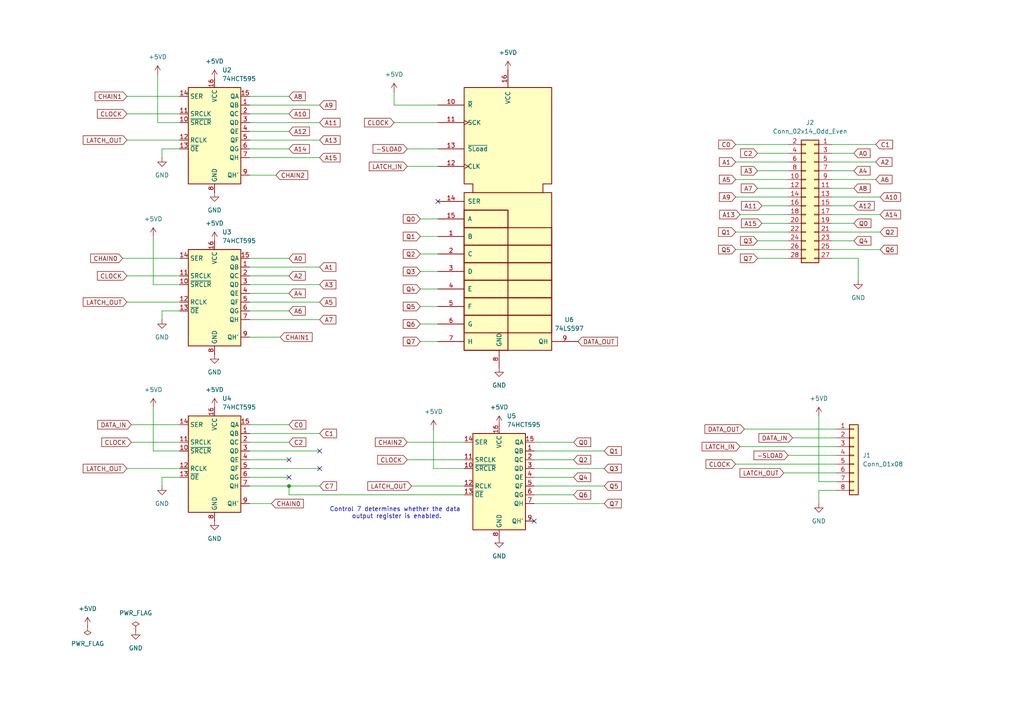
<source format=kicad_sch>
(kicad_sch
	(version 20231120)
	(generator "eeschema")
	(generator_version "8.0")
	(uuid "0ab4e6cd-2c9d-4ca5-97f6-95b8e182bdec")
	(paper "A4")
	(title_block
		(title "Memory Tester")
		(date "2024-04-22")
		(rev "2")
		(company "Bruce MacKinnon - KC1FSZ")
		(comment 1 "Copyright (c) 2024 - NOT FOR COMMERCIAL USE")
	)
	(lib_symbols
		(symbol "74xx:74HCT595"
			(exclude_from_sim no)
			(in_bom yes)
			(on_board yes)
			(property "Reference" "U"
				(at -7.62 13.97 0)
				(effects
					(font
						(size 1.27 1.27)
					)
				)
			)
			(property "Value" "74HCT595"
				(at -7.62 -16.51 0)
				(effects
					(font
						(size 1.27 1.27)
					)
				)
			)
			(property "Footprint" ""
				(at 0 0 0)
				(effects
					(font
						(size 1.27 1.27)
					)
					(hide yes)
				)
			)
			(property "Datasheet" "https://assets.nexperia.com/documents/data-sheet/74HC_HCT595.pdf"
				(at 0 0 0)
				(effects
					(font
						(size 1.27 1.27)
					)
					(hide yes)
				)
			)
			(property "Description" "8-bit serial in/out Shift Register 3-State Outputs"
				(at 0 0 0)
				(effects
					(font
						(size 1.27 1.27)
					)
					(hide yes)
				)
			)
			(property "ki_keywords" "HCTMOS SR 3State"
				(at 0 0 0)
				(effects
					(font
						(size 1.27 1.27)
					)
					(hide yes)
				)
			)
			(property "ki_fp_filters" "DIP*W7.62mm* SOIC*3.9x9.9mm*P1.27mm* TSSOP*4.4x5mm*P0.65mm* SOIC*5.3x10.2mm*P1.27mm* SOIC*7.5x10.3mm*P1.27mm*"
				(at 0 0 0)
				(effects
					(font
						(size 1.27 1.27)
					)
					(hide yes)
				)
			)
			(symbol "74HCT595_1_0"
				(pin tri_state line
					(at 10.16 7.62 180)
					(length 2.54)
					(name "QB"
						(effects
							(font
								(size 1.27 1.27)
							)
						)
					)
					(number "1"
						(effects
							(font
								(size 1.27 1.27)
							)
						)
					)
				)
				(pin input line
					(at -10.16 2.54 0)
					(length 2.54)
					(name "~{SRCLR}"
						(effects
							(font
								(size 1.27 1.27)
							)
						)
					)
					(number "10"
						(effects
							(font
								(size 1.27 1.27)
							)
						)
					)
				)
				(pin input line
					(at -10.16 5.08 0)
					(length 2.54)
					(name "SRCLK"
						(effects
							(font
								(size 1.27 1.27)
							)
						)
					)
					(number "11"
						(effects
							(font
								(size 1.27 1.27)
							)
						)
					)
				)
				(pin input line
					(at -10.16 -2.54 0)
					(length 2.54)
					(name "RCLK"
						(effects
							(font
								(size 1.27 1.27)
							)
						)
					)
					(number "12"
						(effects
							(font
								(size 1.27 1.27)
							)
						)
					)
				)
				(pin input line
					(at -10.16 -5.08 0)
					(length 2.54)
					(name "~{OE}"
						(effects
							(font
								(size 1.27 1.27)
							)
						)
					)
					(number "13"
						(effects
							(font
								(size 1.27 1.27)
							)
						)
					)
				)
				(pin input line
					(at -10.16 10.16 0)
					(length 2.54)
					(name "SER"
						(effects
							(font
								(size 1.27 1.27)
							)
						)
					)
					(number "14"
						(effects
							(font
								(size 1.27 1.27)
							)
						)
					)
				)
				(pin tri_state line
					(at 10.16 10.16 180)
					(length 2.54)
					(name "QA"
						(effects
							(font
								(size 1.27 1.27)
							)
						)
					)
					(number "15"
						(effects
							(font
								(size 1.27 1.27)
							)
						)
					)
				)
				(pin power_in line
					(at 0 15.24 270)
					(length 2.54)
					(name "VCC"
						(effects
							(font
								(size 1.27 1.27)
							)
						)
					)
					(number "16"
						(effects
							(font
								(size 1.27 1.27)
							)
						)
					)
				)
				(pin tri_state line
					(at 10.16 5.08 180)
					(length 2.54)
					(name "QC"
						(effects
							(font
								(size 1.27 1.27)
							)
						)
					)
					(number "2"
						(effects
							(font
								(size 1.27 1.27)
							)
						)
					)
				)
				(pin tri_state line
					(at 10.16 2.54 180)
					(length 2.54)
					(name "QD"
						(effects
							(font
								(size 1.27 1.27)
							)
						)
					)
					(number "3"
						(effects
							(font
								(size 1.27 1.27)
							)
						)
					)
				)
				(pin tri_state line
					(at 10.16 0 180)
					(length 2.54)
					(name "QE"
						(effects
							(font
								(size 1.27 1.27)
							)
						)
					)
					(number "4"
						(effects
							(font
								(size 1.27 1.27)
							)
						)
					)
				)
				(pin tri_state line
					(at 10.16 -2.54 180)
					(length 2.54)
					(name "QF"
						(effects
							(font
								(size 1.27 1.27)
							)
						)
					)
					(number "5"
						(effects
							(font
								(size 1.27 1.27)
							)
						)
					)
				)
				(pin tri_state line
					(at 10.16 -5.08 180)
					(length 2.54)
					(name "QG"
						(effects
							(font
								(size 1.27 1.27)
							)
						)
					)
					(number "6"
						(effects
							(font
								(size 1.27 1.27)
							)
						)
					)
				)
				(pin tri_state line
					(at 10.16 -7.62 180)
					(length 2.54)
					(name "QH"
						(effects
							(font
								(size 1.27 1.27)
							)
						)
					)
					(number "7"
						(effects
							(font
								(size 1.27 1.27)
							)
						)
					)
				)
				(pin power_in line
					(at 0 -17.78 90)
					(length 2.54)
					(name "GND"
						(effects
							(font
								(size 1.27 1.27)
							)
						)
					)
					(number "8"
						(effects
							(font
								(size 1.27 1.27)
							)
						)
					)
				)
				(pin output line
					(at 10.16 -12.7 180)
					(length 2.54)
					(name "QH'"
						(effects
							(font
								(size 1.27 1.27)
							)
						)
					)
					(number "9"
						(effects
							(font
								(size 1.27 1.27)
							)
						)
					)
				)
			)
			(symbol "74HCT595_1_1"
				(rectangle
					(start -7.62 12.7)
					(end 7.62 -15.24)
					(stroke
						(width 0.254)
						(type default)
					)
					(fill
						(type background)
					)
				)
			)
		)
		(symbol "74xx_IEEE:74LS597"
			(pin_names
				(offset 1.016)
			)
			(exclude_from_sim no)
			(in_bom yes)
			(on_board yes)
			(property "Reference" "U"
				(at 15.24 43.18 0)
				(effects
					(font
						(size 1.27 1.27)
					)
				)
			)
			(property "Value" "74LS597"
				(at 15.24 -40.64 0)
				(effects
					(font
						(size 1.27 1.27)
					)
				)
			)
			(property "Footprint" ""
				(at 0 0 0)
				(effects
					(font
						(size 1.27 1.27)
					)
					(hide yes)
				)
			)
			(property "Datasheet" ""
				(at 0 0 0)
				(effects
					(font
						(size 1.27 1.27)
					)
					(hide yes)
				)
			)
			(property "Description" ""
				(at 0 0 0)
				(effects
					(font
						(size 1.27 1.27)
					)
					(hide yes)
				)
			)
			(symbol "74LS597_0_0"
				(rectangle
					(start -12.7 -30.48)
					(end -12.7 -30.48)
					(stroke
						(width 0.254)
						(type default)
					)
					(fill
						(type background)
					)
				)
				(rectangle
					(start -12.7 -25.4)
					(end 12.7 -30.48)
					(stroke
						(width 0.254)
						(type default)
					)
					(fill
						(type background)
					)
				)
				(rectangle
					(start -12.7 -20.32)
					(end 12.7 -25.4)
					(stroke
						(width 0.254)
						(type default)
					)
					(fill
						(type background)
					)
				)
				(rectangle
					(start -12.7 -15.24)
					(end 12.7 -20.32)
					(stroke
						(width 0.254)
						(type default)
					)
					(fill
						(type background)
					)
				)
				(rectangle
					(start -12.7 -10.16)
					(end 12.7 -15.24)
					(stroke
						(width 0.254)
						(type default)
					)
					(fill
						(type background)
					)
				)
				(rectangle
					(start -12.7 -5.08)
					(end 12.7 -10.16)
					(stroke
						(width 0.254)
						(type default)
					)
					(fill
						(type background)
					)
				)
				(rectangle
					(start -12.7 0)
					(end 12.7 -5.08)
					(stroke
						(width 0.254)
						(type default)
					)
					(fill
						(type background)
					)
				)
				(rectangle
					(start -12.7 5.08)
					(end 0 -35.56)
					(stroke
						(width 0.254)
						(type default)
					)
					(fill
						(type background)
					)
				)
				(rectangle
					(start -12.7 5.08)
					(end 0 0)
					(stroke
						(width 0.254)
						(type default)
					)
					(fill
						(type background)
					)
				)
				(rectangle
					(start -12.7 10.16)
					(end 12.7 -35.56)
					(stroke
						(width 0.254)
						(type default)
					)
					(fill
						(type background)
					)
				)
				(polyline
					(pts
						(xy -10.16 10.16) (xy -10.16 12.7) (xy -12.7 12.7) (xy -12.7 40.64) (xy 12.7 40.64) (xy 12.7 12.7)
						(xy 10.16 12.7) (xy 10.16 10.16) (xy 10.16 10.16)
					)
					(stroke
						(width 0.254)
						(type default)
					)
					(fill
						(type background)
					)
				)
			)
			(symbol "74LS597_0_1"
				(pin power_in line
					(at -2.54 -40.64 90)
					(length 5.08)
					(name "GND"
						(effects
							(font
								(size 1.27 1.27)
							)
						)
					)
					(number "8"
						(effects
							(font
								(size 1.27 1.27)
							)
						)
					)
				)
			)
			(symbol "74LS597_1_1"
				(pin input line
					(at -20.32 -2.54 0)
					(length 7.62)
					(name "B"
						(effects
							(font
								(size 1.27 1.27)
							)
						)
					)
					(number "1"
						(effects
							(font
								(size 1.27 1.27)
							)
						)
					)
				)
				(pin input line
					(at -20.32 35.56 0)
					(length 7.62)
					(name "~{R}"
						(effects
							(font
								(size 1.27 1.27)
							)
						)
					)
					(number "10"
						(effects
							(font
								(size 1.27 1.27)
							)
						)
					)
				)
				(pin input clock
					(at -20.32 30.48 0)
					(length 7.62)
					(name "SCK"
						(effects
							(font
								(size 1.27 1.27)
							)
						)
					)
					(number "11"
						(effects
							(font
								(size 1.27 1.27)
							)
						)
					)
				)
				(pin input clock
					(at -20.32 17.78 0)
					(length 7.62)
					(name "CLK"
						(effects
							(font
								(size 1.27 1.27)
							)
						)
					)
					(number "12"
						(effects
							(font
								(size 1.27 1.27)
							)
						)
					)
				)
				(pin input line
					(at -20.32 22.86 0)
					(length 7.62)
					(name "~{SLoad}"
						(effects
							(font
								(size 1.27 1.27)
							)
						)
					)
					(number "13"
						(effects
							(font
								(size 1.27 1.27)
							)
						)
					)
				)
				(pin input line
					(at -20.32 7.62 0)
					(length 7.62)
					(name "SER"
						(effects
							(font
								(size 1.27 1.27)
							)
						)
					)
					(number "14"
						(effects
							(font
								(size 1.27 1.27)
							)
						)
					)
				)
				(pin input line
					(at -20.32 2.54 0)
					(length 7.62)
					(name "A"
						(effects
							(font
								(size 1.27 1.27)
							)
						)
					)
					(number "15"
						(effects
							(font
								(size 1.27 1.27)
							)
						)
					)
				)
				(pin power_in line
					(at 0 45.72 270)
					(length 5.08)
					(name "VCC"
						(effects
							(font
								(size 1.27 1.27)
							)
						)
					)
					(number "16"
						(effects
							(font
								(size 1.27 1.27)
							)
						)
					)
				)
				(pin input line
					(at -20.32 -7.62 0)
					(length 7.62)
					(name "C"
						(effects
							(font
								(size 1.27 1.27)
							)
						)
					)
					(number "2"
						(effects
							(font
								(size 1.27 1.27)
							)
						)
					)
				)
				(pin input line
					(at -20.32 -12.7 0)
					(length 7.62)
					(name "D"
						(effects
							(font
								(size 1.27 1.27)
							)
						)
					)
					(number "3"
						(effects
							(font
								(size 1.27 1.27)
							)
						)
					)
				)
				(pin input line
					(at -20.32 -17.78 0)
					(length 7.62)
					(name "E"
						(effects
							(font
								(size 1.27 1.27)
							)
						)
					)
					(number "4"
						(effects
							(font
								(size 1.27 1.27)
							)
						)
					)
				)
				(pin input line
					(at -20.32 -22.86 0)
					(length 7.62)
					(name "F"
						(effects
							(font
								(size 1.27 1.27)
							)
						)
					)
					(number "5"
						(effects
							(font
								(size 1.27 1.27)
							)
						)
					)
				)
				(pin input line
					(at -20.32 -27.94 0)
					(length 7.62)
					(name "G"
						(effects
							(font
								(size 1.27 1.27)
							)
						)
					)
					(number "6"
						(effects
							(font
								(size 1.27 1.27)
							)
						)
					)
				)
				(pin input line
					(at -20.32 -33.02 0)
					(length 7.62)
					(name "H"
						(effects
							(font
								(size 1.27 1.27)
							)
						)
					)
					(number "7"
						(effects
							(font
								(size 1.27 1.27)
							)
						)
					)
				)
				(pin tri_state line
					(at 20.32 -33.02 180)
					(length 7.62)
					(name "QH"
						(effects
							(font
								(size 1.27 1.27)
							)
						)
					)
					(number "9"
						(effects
							(font
								(size 1.27 1.27)
							)
						)
					)
				)
			)
		)
		(symbol "Connector_Generic:Conn_01x08"
			(pin_names
				(offset 1.016) hide)
			(exclude_from_sim no)
			(in_bom yes)
			(on_board yes)
			(property "Reference" "J"
				(at 0 10.16 0)
				(effects
					(font
						(size 1.27 1.27)
					)
				)
			)
			(property "Value" "Conn_01x08"
				(at 0 -12.7 0)
				(effects
					(font
						(size 1.27 1.27)
					)
				)
			)
			(property "Footprint" ""
				(at 0 0 0)
				(effects
					(font
						(size 1.27 1.27)
					)
					(hide yes)
				)
			)
			(property "Datasheet" "~"
				(at 0 0 0)
				(effects
					(font
						(size 1.27 1.27)
					)
					(hide yes)
				)
			)
			(property "Description" "Generic connector, single row, 01x08, script generated (kicad-library-utils/schlib/autogen/connector/)"
				(at 0 0 0)
				(effects
					(font
						(size 1.27 1.27)
					)
					(hide yes)
				)
			)
			(property "ki_keywords" "connector"
				(at 0 0 0)
				(effects
					(font
						(size 1.27 1.27)
					)
					(hide yes)
				)
			)
			(property "ki_fp_filters" "Connector*:*_1x??_*"
				(at 0 0 0)
				(effects
					(font
						(size 1.27 1.27)
					)
					(hide yes)
				)
			)
			(symbol "Conn_01x08_1_1"
				(rectangle
					(start -1.27 -10.033)
					(end 0 -10.287)
					(stroke
						(width 0.1524)
						(type default)
					)
					(fill
						(type none)
					)
				)
				(rectangle
					(start -1.27 -7.493)
					(end 0 -7.747)
					(stroke
						(width 0.1524)
						(type default)
					)
					(fill
						(type none)
					)
				)
				(rectangle
					(start -1.27 -4.953)
					(end 0 -5.207)
					(stroke
						(width 0.1524)
						(type default)
					)
					(fill
						(type none)
					)
				)
				(rectangle
					(start -1.27 -2.413)
					(end 0 -2.667)
					(stroke
						(width 0.1524)
						(type default)
					)
					(fill
						(type none)
					)
				)
				(rectangle
					(start -1.27 0.127)
					(end 0 -0.127)
					(stroke
						(width 0.1524)
						(type default)
					)
					(fill
						(type none)
					)
				)
				(rectangle
					(start -1.27 2.667)
					(end 0 2.413)
					(stroke
						(width 0.1524)
						(type default)
					)
					(fill
						(type none)
					)
				)
				(rectangle
					(start -1.27 5.207)
					(end 0 4.953)
					(stroke
						(width 0.1524)
						(type default)
					)
					(fill
						(type none)
					)
				)
				(rectangle
					(start -1.27 7.747)
					(end 0 7.493)
					(stroke
						(width 0.1524)
						(type default)
					)
					(fill
						(type none)
					)
				)
				(rectangle
					(start -1.27 8.89)
					(end 1.27 -11.43)
					(stroke
						(width 0.254)
						(type default)
					)
					(fill
						(type background)
					)
				)
				(pin passive line
					(at -5.08 7.62 0)
					(length 3.81)
					(name "Pin_1"
						(effects
							(font
								(size 1.27 1.27)
							)
						)
					)
					(number "1"
						(effects
							(font
								(size 1.27 1.27)
							)
						)
					)
				)
				(pin passive line
					(at -5.08 5.08 0)
					(length 3.81)
					(name "Pin_2"
						(effects
							(font
								(size 1.27 1.27)
							)
						)
					)
					(number "2"
						(effects
							(font
								(size 1.27 1.27)
							)
						)
					)
				)
				(pin passive line
					(at -5.08 2.54 0)
					(length 3.81)
					(name "Pin_3"
						(effects
							(font
								(size 1.27 1.27)
							)
						)
					)
					(number "3"
						(effects
							(font
								(size 1.27 1.27)
							)
						)
					)
				)
				(pin passive line
					(at -5.08 0 0)
					(length 3.81)
					(name "Pin_4"
						(effects
							(font
								(size 1.27 1.27)
							)
						)
					)
					(number "4"
						(effects
							(font
								(size 1.27 1.27)
							)
						)
					)
				)
				(pin passive line
					(at -5.08 -2.54 0)
					(length 3.81)
					(name "Pin_5"
						(effects
							(font
								(size 1.27 1.27)
							)
						)
					)
					(number "5"
						(effects
							(font
								(size 1.27 1.27)
							)
						)
					)
				)
				(pin passive line
					(at -5.08 -5.08 0)
					(length 3.81)
					(name "Pin_6"
						(effects
							(font
								(size 1.27 1.27)
							)
						)
					)
					(number "6"
						(effects
							(font
								(size 1.27 1.27)
							)
						)
					)
				)
				(pin passive line
					(at -5.08 -7.62 0)
					(length 3.81)
					(name "Pin_7"
						(effects
							(font
								(size 1.27 1.27)
							)
						)
					)
					(number "7"
						(effects
							(font
								(size 1.27 1.27)
							)
						)
					)
				)
				(pin passive line
					(at -5.08 -10.16 0)
					(length 3.81)
					(name "Pin_8"
						(effects
							(font
								(size 1.27 1.27)
							)
						)
					)
					(number "8"
						(effects
							(font
								(size 1.27 1.27)
							)
						)
					)
				)
			)
		)
		(symbol "Connector_Generic:Conn_02x14_Odd_Even"
			(pin_names
				(offset 1.016) hide)
			(exclude_from_sim no)
			(in_bom yes)
			(on_board yes)
			(property "Reference" "J"
				(at 1.27 17.78 0)
				(effects
					(font
						(size 1.27 1.27)
					)
				)
			)
			(property "Value" "Conn_02x14_Odd_Even"
				(at 1.27 -20.32 0)
				(effects
					(font
						(size 1.27 1.27)
					)
				)
			)
			(property "Footprint" ""
				(at 0 0 0)
				(effects
					(font
						(size 1.27 1.27)
					)
					(hide yes)
				)
			)
			(property "Datasheet" "~"
				(at 0 0 0)
				(effects
					(font
						(size 1.27 1.27)
					)
					(hide yes)
				)
			)
			(property "Description" "Generic connector, double row, 02x14, odd/even pin numbering scheme (row 1 odd numbers, row 2 even numbers), script generated (kicad-library-utils/schlib/autogen/connector/)"
				(at 0 0 0)
				(effects
					(font
						(size 1.27 1.27)
					)
					(hide yes)
				)
			)
			(property "ki_keywords" "connector"
				(at 0 0 0)
				(effects
					(font
						(size 1.27 1.27)
					)
					(hide yes)
				)
			)
			(property "ki_fp_filters" "Connector*:*_2x??_*"
				(at 0 0 0)
				(effects
					(font
						(size 1.27 1.27)
					)
					(hide yes)
				)
			)
			(symbol "Conn_02x14_Odd_Even_1_1"
				(rectangle
					(start -1.27 -17.653)
					(end 0 -17.907)
					(stroke
						(width 0.1524)
						(type default)
					)
					(fill
						(type none)
					)
				)
				(rectangle
					(start -1.27 -15.113)
					(end 0 -15.367)
					(stroke
						(width 0.1524)
						(type default)
					)
					(fill
						(type none)
					)
				)
				(rectangle
					(start -1.27 -12.573)
					(end 0 -12.827)
					(stroke
						(width 0.1524)
						(type default)
					)
					(fill
						(type none)
					)
				)
				(rectangle
					(start -1.27 -10.033)
					(end 0 -10.287)
					(stroke
						(width 0.1524)
						(type default)
					)
					(fill
						(type none)
					)
				)
				(rectangle
					(start -1.27 -7.493)
					(end 0 -7.747)
					(stroke
						(width 0.1524)
						(type default)
					)
					(fill
						(type none)
					)
				)
				(rectangle
					(start -1.27 -4.953)
					(end 0 -5.207)
					(stroke
						(width 0.1524)
						(type default)
					)
					(fill
						(type none)
					)
				)
				(rectangle
					(start -1.27 -2.413)
					(end 0 -2.667)
					(stroke
						(width 0.1524)
						(type default)
					)
					(fill
						(type none)
					)
				)
				(rectangle
					(start -1.27 0.127)
					(end 0 -0.127)
					(stroke
						(width 0.1524)
						(type default)
					)
					(fill
						(type none)
					)
				)
				(rectangle
					(start -1.27 2.667)
					(end 0 2.413)
					(stroke
						(width 0.1524)
						(type default)
					)
					(fill
						(type none)
					)
				)
				(rectangle
					(start -1.27 5.207)
					(end 0 4.953)
					(stroke
						(width 0.1524)
						(type default)
					)
					(fill
						(type none)
					)
				)
				(rectangle
					(start -1.27 7.747)
					(end 0 7.493)
					(stroke
						(width 0.1524)
						(type default)
					)
					(fill
						(type none)
					)
				)
				(rectangle
					(start -1.27 10.287)
					(end 0 10.033)
					(stroke
						(width 0.1524)
						(type default)
					)
					(fill
						(type none)
					)
				)
				(rectangle
					(start -1.27 12.827)
					(end 0 12.573)
					(stroke
						(width 0.1524)
						(type default)
					)
					(fill
						(type none)
					)
				)
				(rectangle
					(start -1.27 15.367)
					(end 0 15.113)
					(stroke
						(width 0.1524)
						(type default)
					)
					(fill
						(type none)
					)
				)
				(rectangle
					(start -1.27 16.51)
					(end 3.81 -19.05)
					(stroke
						(width 0.254)
						(type default)
					)
					(fill
						(type background)
					)
				)
				(rectangle
					(start 3.81 -17.653)
					(end 2.54 -17.907)
					(stroke
						(width 0.1524)
						(type default)
					)
					(fill
						(type none)
					)
				)
				(rectangle
					(start 3.81 -15.113)
					(end 2.54 -15.367)
					(stroke
						(width 0.1524)
						(type default)
					)
					(fill
						(type none)
					)
				)
				(rectangle
					(start 3.81 -12.573)
					(end 2.54 -12.827)
					(stroke
						(width 0.1524)
						(type default)
					)
					(fill
						(type none)
					)
				)
				(rectangle
					(start 3.81 -10.033)
					(end 2.54 -10.287)
					(stroke
						(width 0.1524)
						(type default)
					)
					(fill
						(type none)
					)
				)
				(rectangle
					(start 3.81 -7.493)
					(end 2.54 -7.747)
					(stroke
						(width 0.1524)
						(type default)
					)
					(fill
						(type none)
					)
				)
				(rectangle
					(start 3.81 -4.953)
					(end 2.54 -5.207)
					(stroke
						(width 0.1524)
						(type default)
					)
					(fill
						(type none)
					)
				)
				(rectangle
					(start 3.81 -2.413)
					(end 2.54 -2.667)
					(stroke
						(width 0.1524)
						(type default)
					)
					(fill
						(type none)
					)
				)
				(rectangle
					(start 3.81 0.127)
					(end 2.54 -0.127)
					(stroke
						(width 0.1524)
						(type default)
					)
					(fill
						(type none)
					)
				)
				(rectangle
					(start 3.81 2.667)
					(end 2.54 2.413)
					(stroke
						(width 0.1524)
						(type default)
					)
					(fill
						(type none)
					)
				)
				(rectangle
					(start 3.81 5.207)
					(end 2.54 4.953)
					(stroke
						(width 0.1524)
						(type default)
					)
					(fill
						(type none)
					)
				)
				(rectangle
					(start 3.81 7.747)
					(end 2.54 7.493)
					(stroke
						(width 0.1524)
						(type default)
					)
					(fill
						(type none)
					)
				)
				(rectangle
					(start 3.81 10.287)
					(end 2.54 10.033)
					(stroke
						(width 0.1524)
						(type default)
					)
					(fill
						(type none)
					)
				)
				(rectangle
					(start 3.81 12.827)
					(end 2.54 12.573)
					(stroke
						(width 0.1524)
						(type default)
					)
					(fill
						(type none)
					)
				)
				(rectangle
					(start 3.81 15.367)
					(end 2.54 15.113)
					(stroke
						(width 0.1524)
						(type default)
					)
					(fill
						(type none)
					)
				)
				(pin passive line
					(at -5.08 15.24 0)
					(length 3.81)
					(name "Pin_1"
						(effects
							(font
								(size 1.27 1.27)
							)
						)
					)
					(number "1"
						(effects
							(font
								(size 1.27 1.27)
							)
						)
					)
				)
				(pin passive line
					(at 7.62 5.08 180)
					(length 3.81)
					(name "Pin_10"
						(effects
							(font
								(size 1.27 1.27)
							)
						)
					)
					(number "10"
						(effects
							(font
								(size 1.27 1.27)
							)
						)
					)
				)
				(pin passive line
					(at -5.08 2.54 0)
					(length 3.81)
					(name "Pin_11"
						(effects
							(font
								(size 1.27 1.27)
							)
						)
					)
					(number "11"
						(effects
							(font
								(size 1.27 1.27)
							)
						)
					)
				)
				(pin passive line
					(at 7.62 2.54 180)
					(length 3.81)
					(name "Pin_12"
						(effects
							(font
								(size 1.27 1.27)
							)
						)
					)
					(number "12"
						(effects
							(font
								(size 1.27 1.27)
							)
						)
					)
				)
				(pin passive line
					(at -5.08 0 0)
					(length 3.81)
					(name "Pin_13"
						(effects
							(font
								(size 1.27 1.27)
							)
						)
					)
					(number "13"
						(effects
							(font
								(size 1.27 1.27)
							)
						)
					)
				)
				(pin passive line
					(at 7.62 0 180)
					(length 3.81)
					(name "Pin_14"
						(effects
							(font
								(size 1.27 1.27)
							)
						)
					)
					(number "14"
						(effects
							(font
								(size 1.27 1.27)
							)
						)
					)
				)
				(pin passive line
					(at -5.08 -2.54 0)
					(length 3.81)
					(name "Pin_15"
						(effects
							(font
								(size 1.27 1.27)
							)
						)
					)
					(number "15"
						(effects
							(font
								(size 1.27 1.27)
							)
						)
					)
				)
				(pin passive line
					(at 7.62 -2.54 180)
					(length 3.81)
					(name "Pin_16"
						(effects
							(font
								(size 1.27 1.27)
							)
						)
					)
					(number "16"
						(effects
							(font
								(size 1.27 1.27)
							)
						)
					)
				)
				(pin passive line
					(at -5.08 -5.08 0)
					(length 3.81)
					(name "Pin_17"
						(effects
							(font
								(size 1.27 1.27)
							)
						)
					)
					(number "17"
						(effects
							(font
								(size 1.27 1.27)
							)
						)
					)
				)
				(pin passive line
					(at 7.62 -5.08 180)
					(length 3.81)
					(name "Pin_18"
						(effects
							(font
								(size 1.27 1.27)
							)
						)
					)
					(number "18"
						(effects
							(font
								(size 1.27 1.27)
							)
						)
					)
				)
				(pin passive line
					(at -5.08 -7.62 0)
					(length 3.81)
					(name "Pin_19"
						(effects
							(font
								(size 1.27 1.27)
							)
						)
					)
					(number "19"
						(effects
							(font
								(size 1.27 1.27)
							)
						)
					)
				)
				(pin passive line
					(at 7.62 15.24 180)
					(length 3.81)
					(name "Pin_2"
						(effects
							(font
								(size 1.27 1.27)
							)
						)
					)
					(number "2"
						(effects
							(font
								(size 1.27 1.27)
							)
						)
					)
				)
				(pin passive line
					(at 7.62 -7.62 180)
					(length 3.81)
					(name "Pin_20"
						(effects
							(font
								(size 1.27 1.27)
							)
						)
					)
					(number "20"
						(effects
							(font
								(size 1.27 1.27)
							)
						)
					)
				)
				(pin passive line
					(at -5.08 -10.16 0)
					(length 3.81)
					(name "Pin_21"
						(effects
							(font
								(size 1.27 1.27)
							)
						)
					)
					(number "21"
						(effects
							(font
								(size 1.27 1.27)
							)
						)
					)
				)
				(pin passive line
					(at 7.62 -10.16 180)
					(length 3.81)
					(name "Pin_22"
						(effects
							(font
								(size 1.27 1.27)
							)
						)
					)
					(number "22"
						(effects
							(font
								(size 1.27 1.27)
							)
						)
					)
				)
				(pin passive line
					(at -5.08 -12.7 0)
					(length 3.81)
					(name "Pin_23"
						(effects
							(font
								(size 1.27 1.27)
							)
						)
					)
					(number "23"
						(effects
							(font
								(size 1.27 1.27)
							)
						)
					)
				)
				(pin passive line
					(at 7.62 -12.7 180)
					(length 3.81)
					(name "Pin_24"
						(effects
							(font
								(size 1.27 1.27)
							)
						)
					)
					(number "24"
						(effects
							(font
								(size 1.27 1.27)
							)
						)
					)
				)
				(pin passive line
					(at -5.08 -15.24 0)
					(length 3.81)
					(name "Pin_25"
						(effects
							(font
								(size 1.27 1.27)
							)
						)
					)
					(number "25"
						(effects
							(font
								(size 1.27 1.27)
							)
						)
					)
				)
				(pin passive line
					(at 7.62 -15.24 180)
					(length 3.81)
					(name "Pin_26"
						(effects
							(font
								(size 1.27 1.27)
							)
						)
					)
					(number "26"
						(effects
							(font
								(size 1.27 1.27)
							)
						)
					)
				)
				(pin passive line
					(at -5.08 -17.78 0)
					(length 3.81)
					(name "Pin_27"
						(effects
							(font
								(size 1.27 1.27)
							)
						)
					)
					(number "27"
						(effects
							(font
								(size 1.27 1.27)
							)
						)
					)
				)
				(pin passive line
					(at 7.62 -17.78 180)
					(length 3.81)
					(name "Pin_28"
						(effects
							(font
								(size 1.27 1.27)
							)
						)
					)
					(number "28"
						(effects
							(font
								(size 1.27 1.27)
							)
						)
					)
				)
				(pin passive line
					(at -5.08 12.7 0)
					(length 3.81)
					(name "Pin_3"
						(effects
							(font
								(size 1.27 1.27)
							)
						)
					)
					(number "3"
						(effects
							(font
								(size 1.27 1.27)
							)
						)
					)
				)
				(pin passive line
					(at 7.62 12.7 180)
					(length 3.81)
					(name "Pin_4"
						(effects
							(font
								(size 1.27 1.27)
							)
						)
					)
					(number "4"
						(effects
							(font
								(size 1.27 1.27)
							)
						)
					)
				)
				(pin passive line
					(at -5.08 10.16 0)
					(length 3.81)
					(name "Pin_5"
						(effects
							(font
								(size 1.27 1.27)
							)
						)
					)
					(number "5"
						(effects
							(font
								(size 1.27 1.27)
							)
						)
					)
				)
				(pin passive line
					(at 7.62 10.16 180)
					(length 3.81)
					(name "Pin_6"
						(effects
							(font
								(size 1.27 1.27)
							)
						)
					)
					(number "6"
						(effects
							(font
								(size 1.27 1.27)
							)
						)
					)
				)
				(pin passive line
					(at -5.08 7.62 0)
					(length 3.81)
					(name "Pin_7"
						(effects
							(font
								(size 1.27 1.27)
							)
						)
					)
					(number "7"
						(effects
							(font
								(size 1.27 1.27)
							)
						)
					)
				)
				(pin passive line
					(at 7.62 7.62 180)
					(length 3.81)
					(name "Pin_8"
						(effects
							(font
								(size 1.27 1.27)
							)
						)
					)
					(number "8"
						(effects
							(font
								(size 1.27 1.27)
							)
						)
					)
				)
				(pin passive line
					(at -5.08 5.08 0)
					(length 3.81)
					(name "Pin_9"
						(effects
							(font
								(size 1.27 1.27)
							)
						)
					)
					(number "9"
						(effects
							(font
								(size 1.27 1.27)
							)
						)
					)
				)
			)
		)
		(symbol "power:+5VD"
			(power)
			(pin_numbers hide)
			(pin_names
				(offset 0) hide)
			(exclude_from_sim no)
			(in_bom yes)
			(on_board yes)
			(property "Reference" "#PWR"
				(at 0 -3.81 0)
				(effects
					(font
						(size 1.27 1.27)
					)
					(hide yes)
				)
			)
			(property "Value" "+5VD"
				(at 0 3.556 0)
				(effects
					(font
						(size 1.27 1.27)
					)
				)
			)
			(property "Footprint" ""
				(at 0 0 0)
				(effects
					(font
						(size 1.27 1.27)
					)
					(hide yes)
				)
			)
			(property "Datasheet" ""
				(at 0 0 0)
				(effects
					(font
						(size 1.27 1.27)
					)
					(hide yes)
				)
			)
			(property "Description" "Power symbol creates a global label with name \"+5VD\""
				(at 0 0 0)
				(effects
					(font
						(size 1.27 1.27)
					)
					(hide yes)
				)
			)
			(property "ki_keywords" "global power"
				(at 0 0 0)
				(effects
					(font
						(size 1.27 1.27)
					)
					(hide yes)
				)
			)
			(symbol "+5VD_0_1"
				(polyline
					(pts
						(xy -0.762 1.27) (xy 0 2.54)
					)
					(stroke
						(width 0)
						(type default)
					)
					(fill
						(type none)
					)
				)
				(polyline
					(pts
						(xy 0 0) (xy 0 2.54)
					)
					(stroke
						(width 0)
						(type default)
					)
					(fill
						(type none)
					)
				)
				(polyline
					(pts
						(xy 0 2.54) (xy 0.762 1.27)
					)
					(stroke
						(width 0)
						(type default)
					)
					(fill
						(type none)
					)
				)
			)
			(symbol "+5VD_1_1"
				(pin power_in line
					(at 0 0 90)
					(length 0)
					(name "~"
						(effects
							(font
								(size 1.27 1.27)
							)
						)
					)
					(number "1"
						(effects
							(font
								(size 1.27 1.27)
							)
						)
					)
				)
			)
		)
		(symbol "power:GND"
			(power)
			(pin_numbers hide)
			(pin_names
				(offset 0) hide)
			(exclude_from_sim no)
			(in_bom yes)
			(on_board yes)
			(property "Reference" "#PWR"
				(at 0 -6.35 0)
				(effects
					(font
						(size 1.27 1.27)
					)
					(hide yes)
				)
			)
			(property "Value" "GND"
				(at 0 -3.81 0)
				(effects
					(font
						(size 1.27 1.27)
					)
				)
			)
			(property "Footprint" ""
				(at 0 0 0)
				(effects
					(font
						(size 1.27 1.27)
					)
					(hide yes)
				)
			)
			(property "Datasheet" ""
				(at 0 0 0)
				(effects
					(font
						(size 1.27 1.27)
					)
					(hide yes)
				)
			)
			(property "Description" "Power symbol creates a global label with name \"GND\" , ground"
				(at 0 0 0)
				(effects
					(font
						(size 1.27 1.27)
					)
					(hide yes)
				)
			)
			(property "ki_keywords" "global power"
				(at 0 0 0)
				(effects
					(font
						(size 1.27 1.27)
					)
					(hide yes)
				)
			)
			(symbol "GND_0_1"
				(polyline
					(pts
						(xy 0 0) (xy 0 -1.27) (xy 1.27 -1.27) (xy 0 -2.54) (xy -1.27 -1.27) (xy 0 -1.27)
					)
					(stroke
						(width 0)
						(type default)
					)
					(fill
						(type none)
					)
				)
			)
			(symbol "GND_1_1"
				(pin power_in line
					(at 0 0 270)
					(length 0)
					(name "~"
						(effects
							(font
								(size 1.27 1.27)
							)
						)
					)
					(number "1"
						(effects
							(font
								(size 1.27 1.27)
							)
						)
					)
				)
			)
		)
		(symbol "power:PWR_FLAG"
			(power)
			(pin_numbers hide)
			(pin_names
				(offset 0) hide)
			(exclude_from_sim no)
			(in_bom yes)
			(on_board yes)
			(property "Reference" "#FLG"
				(at 0 1.905 0)
				(effects
					(font
						(size 1.27 1.27)
					)
					(hide yes)
				)
			)
			(property "Value" "PWR_FLAG"
				(at 0 3.81 0)
				(effects
					(font
						(size 1.27 1.27)
					)
				)
			)
			(property "Footprint" ""
				(at 0 0 0)
				(effects
					(font
						(size 1.27 1.27)
					)
					(hide yes)
				)
			)
			(property "Datasheet" "~"
				(at 0 0 0)
				(effects
					(font
						(size 1.27 1.27)
					)
					(hide yes)
				)
			)
			(property "Description" "Special symbol for telling ERC where power comes from"
				(at 0 0 0)
				(effects
					(font
						(size 1.27 1.27)
					)
					(hide yes)
				)
			)
			(property "ki_keywords" "flag power"
				(at 0 0 0)
				(effects
					(font
						(size 1.27 1.27)
					)
					(hide yes)
				)
			)
			(symbol "PWR_FLAG_0_0"
				(pin power_out line
					(at 0 0 90)
					(length 0)
					(name "~"
						(effects
							(font
								(size 1.27 1.27)
							)
						)
					)
					(number "1"
						(effects
							(font
								(size 1.27 1.27)
							)
						)
					)
				)
			)
			(symbol "PWR_FLAG_0_1"
				(polyline
					(pts
						(xy 0 0) (xy 0 1.27) (xy -1.016 1.905) (xy 0 2.54) (xy 1.016 1.905) (xy 0 1.27)
					)
					(stroke
						(width 0)
						(type default)
					)
					(fill
						(type none)
					)
				)
			)
		)
	)
	(junction
		(at 83.82 140.97)
		(diameter 0)
		(color 0 0 0 0)
		(uuid "1a1d61cf-9e8c-4b9b-8fa1-225b3d03ab27")
	)
	(no_connect
		(at 92.71 135.89)
		(uuid "3c952815-327d-494a-9d99-0f4970dcb788")
	)
	(no_connect
		(at 83.82 133.35)
		(uuid "bcf2ebe9-47a5-4198-97b4-073b1fae99ca")
	)
	(no_connect
		(at 127 58.42)
		(uuid "d5dbcfb7-503a-437f-93a3-46319ec43dba")
	)
	(no_connect
		(at 83.82 138.43)
		(uuid "e87cbb9b-f275-4488-9b72-2cba345dc156")
	)
	(no_connect
		(at 154.94 151.13)
		(uuid "fbc90d62-51a1-4c9b-949c-dfdb2e8d9285")
	)
	(no_connect
		(at 92.71 130.81)
		(uuid "fc7fdf14-1c11-4ef2-8d83-55976cfdd25f")
	)
	(wire
		(pts
			(xy 72.39 40.64) (xy 92.71 40.64)
		)
		(stroke
			(width 0)
			(type default)
		)
		(uuid "094d2f21-ece3-47bc-8a30-9921d47dabb5")
	)
	(wire
		(pts
			(xy 121.92 99.06) (xy 127 99.06)
		)
		(stroke
			(width 0)
			(type default)
		)
		(uuid "09f81cf1-6ac5-4de0-8b53-ffaaca1db60b")
	)
	(wire
		(pts
			(xy 237.49 146.05) (xy 237.49 142.24)
		)
		(stroke
			(width 0)
			(type default)
		)
		(uuid "0ce1a734-26fb-447f-a087-4e191bbc13ce")
	)
	(wire
		(pts
			(xy 241.3 46.99) (xy 254 46.99)
		)
		(stroke
			(width 0)
			(type default)
		)
		(uuid "10c0a08c-c21f-4870-aeb1-ed0dee3641c0")
	)
	(wire
		(pts
			(xy 83.82 140.97) (xy 83.82 143.51)
		)
		(stroke
			(width 0)
			(type default)
		)
		(uuid "10ca12a9-259c-4dfe-8b26-498cb226582d")
	)
	(wire
		(pts
			(xy 213.36 134.62) (xy 242.57 134.62)
		)
		(stroke
			(width 0)
			(type default)
		)
		(uuid "11bc7f32-8505-4fe2-9d46-c50239869402")
	)
	(wire
		(pts
			(xy 214.63 129.54) (xy 242.57 129.54)
		)
		(stroke
			(width 0)
			(type default)
		)
		(uuid "12717f35-8670-4bf8-a7a3-585e55f7783f")
	)
	(wire
		(pts
			(xy 121.92 93.98) (xy 127 93.98)
		)
		(stroke
			(width 0)
			(type default)
		)
		(uuid "132bb9dd-7bce-4e35-9282-55d61f8232b5")
	)
	(wire
		(pts
			(xy 154.94 128.27) (xy 166.37 128.27)
		)
		(stroke
			(width 0)
			(type default)
		)
		(uuid "14423e5a-1380-4b89-b066-3a68feca95c6")
	)
	(wire
		(pts
			(xy 241.3 57.15) (xy 255.27 57.15)
		)
		(stroke
			(width 0)
			(type default)
		)
		(uuid "16d646d8-7b23-42cd-89e0-dfe2918cd28d")
	)
	(wire
		(pts
			(xy 72.39 35.56) (xy 92.71 35.56)
		)
		(stroke
			(width 0)
			(type default)
		)
		(uuid "1baafe49-70a8-4d36-bed3-fbc782ddd602")
	)
	(wire
		(pts
			(xy 46.99 138.43) (xy 46.99 140.97)
		)
		(stroke
			(width 0)
			(type default)
		)
		(uuid "1e45d273-6317-40d2-812a-01e7c4e21827")
	)
	(wire
		(pts
			(xy 125.73 124.46) (xy 125.73 135.89)
		)
		(stroke
			(width 0)
			(type default)
		)
		(uuid "21f558fb-5ac3-4488-be0c-55c6b1fd4ae1")
	)
	(wire
		(pts
			(xy 35.56 74.93) (xy 52.07 74.93)
		)
		(stroke
			(width 0)
			(type default)
		)
		(uuid "23db283d-8800-4f6b-80c0-88c9173af502")
	)
	(wire
		(pts
			(xy 72.39 38.1) (xy 83.82 38.1)
		)
		(stroke
			(width 0)
			(type default)
		)
		(uuid "2498d35e-2c60-49ee-8d8e-5c21014b4a4b")
	)
	(wire
		(pts
			(xy 241.3 59.69) (xy 247.65 59.69)
		)
		(stroke
			(width 0)
			(type default)
		)
		(uuid "262d1d28-87ac-44f1-81d4-3ad58cf94246")
	)
	(wire
		(pts
			(xy 44.45 68.58) (xy 44.45 82.55)
		)
		(stroke
			(width 0)
			(type default)
		)
		(uuid "27423959-fcfd-4f9f-aed4-16210e362bfd")
	)
	(wire
		(pts
			(xy 154.94 146.05) (xy 175.26 146.05)
		)
		(stroke
			(width 0)
			(type default)
		)
		(uuid "2743881a-dc39-4898-9d53-ecfbe997f86e")
	)
	(wire
		(pts
			(xy 72.39 140.97) (xy 83.82 140.97)
		)
		(stroke
			(width 0)
			(type default)
		)
		(uuid "3487b691-d71c-4661-bbf6-c2c1e5508e6a")
	)
	(wire
		(pts
			(xy 154.94 140.97) (xy 175.26 140.97)
		)
		(stroke
			(width 0)
			(type default)
		)
		(uuid "354a1492-bd9b-4643-ba37-cbc97f223827")
	)
	(wire
		(pts
			(xy 72.39 135.89) (xy 92.71 135.89)
		)
		(stroke
			(width 0)
			(type default)
		)
		(uuid "37b19bf9-9d10-442b-8764-f88e547426eb")
	)
	(wire
		(pts
			(xy 72.39 74.93) (xy 83.82 74.93)
		)
		(stroke
			(width 0)
			(type default)
		)
		(uuid "388d69c9-a44e-4e4d-85aa-60376e22b9f4")
	)
	(wire
		(pts
			(xy 121.92 63.5) (xy 127 63.5)
		)
		(stroke
			(width 0)
			(type default)
		)
		(uuid "3b066763-30c3-467b-a8ea-0ce3e7daf125")
	)
	(wire
		(pts
			(xy 52.07 43.18) (xy 46.99 43.18)
		)
		(stroke
			(width 0)
			(type default)
		)
		(uuid "3d72d8d9-c0b6-4366-8598-50fe09e357dd")
	)
	(wire
		(pts
			(xy 241.3 52.07) (xy 254 52.07)
		)
		(stroke
			(width 0)
			(type default)
		)
		(uuid "3d9b5584-c6cc-46e0-9e97-3851a18c1791")
	)
	(wire
		(pts
			(xy 121.92 68.58) (xy 127 68.58)
		)
		(stroke
			(width 0)
			(type default)
		)
		(uuid "3debd41b-5b56-49d3-98e5-5aa5b3d4f470")
	)
	(wire
		(pts
			(xy 36.83 87.63) (xy 52.07 87.63)
		)
		(stroke
			(width 0)
			(type default)
		)
		(uuid "44170d9f-a1dc-4d66-a010-990b1ea8e55a")
	)
	(wire
		(pts
			(xy 52.07 90.17) (xy 46.99 90.17)
		)
		(stroke
			(width 0)
			(type default)
		)
		(uuid "44832b73-adb1-4944-9e78-3c2ef7aef521")
	)
	(wire
		(pts
			(xy 219.71 54.61) (xy 228.6 54.61)
		)
		(stroke
			(width 0)
			(type default)
		)
		(uuid "45d76358-e409-47fe-b51b-fbff4f635f41")
	)
	(wire
		(pts
			(xy 118.11 133.35) (xy 134.62 133.35)
		)
		(stroke
			(width 0)
			(type default)
		)
		(uuid "462dc4b2-626d-40b8-a3ae-ca4d6b8270ef")
	)
	(wire
		(pts
			(xy 72.39 43.18) (xy 83.82 43.18)
		)
		(stroke
			(width 0)
			(type default)
		)
		(uuid "46a36d21-2e2d-4c34-a395-1be40c0fbd8d")
	)
	(wire
		(pts
			(xy 241.3 69.85) (xy 247.65 69.85)
		)
		(stroke
			(width 0)
			(type default)
		)
		(uuid "4782e8d1-e6a5-4d81-bb5b-06c52e9acb77")
	)
	(wire
		(pts
			(xy 248.92 74.93) (xy 248.92 81.28)
		)
		(stroke
			(width 0)
			(type default)
		)
		(uuid "49a1e846-3019-4eda-95a6-af4abde3b125")
	)
	(wire
		(pts
			(xy 38.1 123.19) (xy 52.07 123.19)
		)
		(stroke
			(width 0)
			(type default)
		)
		(uuid "4c990fde-3798-4ecf-87ca-10b82abdc0de")
	)
	(wire
		(pts
			(xy 154.94 138.43) (xy 166.37 138.43)
		)
		(stroke
			(width 0)
			(type default)
		)
		(uuid "4ca9145f-d9e8-4bf2-b1d3-2b7a45875ca5")
	)
	(wire
		(pts
			(xy 213.36 52.07) (xy 228.6 52.07)
		)
		(stroke
			(width 0)
			(type default)
		)
		(uuid "4cc5cd0d-1566-4cea-b72e-5003d5f1136f")
	)
	(wire
		(pts
			(xy 72.39 133.35) (xy 83.82 133.35)
		)
		(stroke
			(width 0)
			(type default)
		)
		(uuid "4d9c6ca8-f7fb-4f09-ad46-7662aa07b356")
	)
	(wire
		(pts
			(xy 46.99 90.17) (xy 46.99 92.71)
		)
		(stroke
			(width 0)
			(type default)
		)
		(uuid "507f06d8-2676-4177-aa3e-4e6805324c99")
	)
	(wire
		(pts
			(xy 118.11 48.26) (xy 127 48.26)
		)
		(stroke
			(width 0)
			(type default)
		)
		(uuid "529eacc0-8b44-440c-b120-692db9ca159b")
	)
	(wire
		(pts
			(xy 219.71 49.53) (xy 228.6 49.53)
		)
		(stroke
			(width 0)
			(type default)
		)
		(uuid "541ac3a5-bdc8-4462-bc56-0911dc9b4efe")
	)
	(wire
		(pts
			(xy 72.39 90.17) (xy 83.82 90.17)
		)
		(stroke
			(width 0)
			(type default)
		)
		(uuid "548a9acd-c1c1-4ef1-8784-e446343c4218")
	)
	(wire
		(pts
			(xy 72.39 138.43) (xy 83.82 138.43)
		)
		(stroke
			(width 0)
			(type default)
		)
		(uuid "548ef481-6915-4fa7-bdce-499726e9a1a6")
	)
	(wire
		(pts
			(xy 227.33 137.16) (xy 242.57 137.16)
		)
		(stroke
			(width 0)
			(type default)
		)
		(uuid "556afbbb-e085-4982-a8c9-5505c17f5657")
	)
	(wire
		(pts
			(xy 121.92 73.66) (xy 127 73.66)
		)
		(stroke
			(width 0)
			(type default)
		)
		(uuid "57b2fa96-ebe7-4f27-91cb-2c79157cde9f")
	)
	(wire
		(pts
			(xy 213.36 41.91) (xy 228.6 41.91)
		)
		(stroke
			(width 0)
			(type default)
		)
		(uuid "58763e1d-369b-4a0e-9cb4-f5a9c785a9a6")
	)
	(wire
		(pts
			(xy 36.83 33.02) (xy 52.07 33.02)
		)
		(stroke
			(width 0)
			(type default)
		)
		(uuid "5a210d4b-f510-4f50-8bde-853aa3c58505")
	)
	(wire
		(pts
			(xy 237.49 139.7) (xy 242.57 139.7)
		)
		(stroke
			(width 0)
			(type default)
		)
		(uuid "5d1a722a-ee64-4859-8899-b8e14228faf1")
	)
	(wire
		(pts
			(xy 114.3 26.67) (xy 114.3 30.48)
		)
		(stroke
			(width 0)
			(type default)
		)
		(uuid "5e195b7f-a2d8-469f-a14e-2285ed113ef4")
	)
	(wire
		(pts
			(xy 121.92 78.74) (xy 127 78.74)
		)
		(stroke
			(width 0)
			(type default)
		)
		(uuid "602c786f-7eee-4193-8f16-9f6c7364747a")
	)
	(wire
		(pts
			(xy 241.3 54.61) (xy 247.65 54.61)
		)
		(stroke
			(width 0)
			(type default)
		)
		(uuid "621f812c-3c70-426d-9287-fd3c8a81a248")
	)
	(wire
		(pts
			(xy 114.3 35.56) (xy 127 35.56)
		)
		(stroke
			(width 0)
			(type default)
		)
		(uuid "6381ebb4-9c9f-4561-a519-c90f2fb99558")
	)
	(wire
		(pts
			(xy 220.98 64.77) (xy 228.6 64.77)
		)
		(stroke
			(width 0)
			(type default)
		)
		(uuid "68a6628b-6a80-4764-8f4a-44651a1f8c22")
	)
	(wire
		(pts
			(xy 72.39 50.8) (xy 80.01 50.8)
		)
		(stroke
			(width 0)
			(type default)
		)
		(uuid "69ac5de4-dc02-405f-8a36-bccede2c0f6d")
	)
	(wire
		(pts
			(xy 72.39 128.27) (xy 83.82 128.27)
		)
		(stroke
			(width 0)
			(type default)
		)
		(uuid "6ac1b0a4-40da-49e2-bc6e-28b1b9b03447")
	)
	(wire
		(pts
			(xy 72.39 97.79) (xy 81.28 97.79)
		)
		(stroke
			(width 0)
			(type default)
		)
		(uuid "6e8e4296-ca0c-4fe2-a5a1-d468ac3e36f2")
	)
	(wire
		(pts
			(xy 154.94 130.81) (xy 175.26 130.81)
		)
		(stroke
			(width 0)
			(type default)
		)
		(uuid "70e163c8-e25c-4b53-9438-44224f465161")
	)
	(wire
		(pts
			(xy 38.1 128.27) (xy 52.07 128.27)
		)
		(stroke
			(width 0)
			(type default)
		)
		(uuid "7174396a-1f3c-45fe-b6f9-f1221a151da0")
	)
	(wire
		(pts
			(xy 72.39 123.19) (xy 83.82 123.19)
		)
		(stroke
			(width 0)
			(type default)
		)
		(uuid "721997dc-6c14-4eb1-8a4e-fdf1f4544f62")
	)
	(wire
		(pts
			(xy 241.3 41.91) (xy 254 41.91)
		)
		(stroke
			(width 0)
			(type default)
		)
		(uuid "72f25a60-aacf-417c-aa6e-a066b7d5526b")
	)
	(wire
		(pts
			(xy 36.83 135.89) (xy 52.07 135.89)
		)
		(stroke
			(width 0)
			(type default)
		)
		(uuid "7597d752-8a6b-4089-b555-05597689caf6")
	)
	(wire
		(pts
			(xy 237.49 120.65) (xy 237.49 139.7)
		)
		(stroke
			(width 0)
			(type default)
		)
		(uuid "75c99b2b-d7a2-4382-82ec-4957447abe36")
	)
	(wire
		(pts
			(xy 72.39 82.55) (xy 92.71 82.55)
		)
		(stroke
			(width 0)
			(type default)
		)
		(uuid "7699f982-f17e-46ae-9168-0c1ddf6622fd")
	)
	(wire
		(pts
			(xy 125.73 135.89) (xy 134.62 135.89)
		)
		(stroke
			(width 0)
			(type default)
		)
		(uuid "7abad4f9-10cc-4d27-a2f9-b492efa1f68c")
	)
	(wire
		(pts
			(xy 154.94 143.51) (xy 166.37 143.51)
		)
		(stroke
			(width 0)
			(type default)
		)
		(uuid "84a4ede6-6fdf-4ece-a669-29cc270c7791")
	)
	(wire
		(pts
			(xy 83.82 143.51) (xy 134.62 143.51)
		)
		(stroke
			(width 0)
			(type default)
		)
		(uuid "853ed5c9-4527-434b-94b0-e92ae2b902ec")
	)
	(wire
		(pts
			(xy 154.94 133.35) (xy 166.37 133.35)
		)
		(stroke
			(width 0)
			(type default)
		)
		(uuid "871eff0a-609e-4445-962d-4a9f432a6754")
	)
	(wire
		(pts
			(xy 228.6 132.08) (xy 242.57 132.08)
		)
		(stroke
			(width 0)
			(type default)
		)
		(uuid "8c821c91-96b5-4b09-8932-2db721fdad0b")
	)
	(wire
		(pts
			(xy 118.11 43.18) (xy 127 43.18)
		)
		(stroke
			(width 0)
			(type default)
		)
		(uuid "8e10086c-6f05-4c2d-9856-1605dc8f934d")
	)
	(wire
		(pts
			(xy 241.3 67.31) (xy 255.27 67.31)
		)
		(stroke
			(width 0)
			(type default)
		)
		(uuid "8f0d0031-9d49-4928-a080-68d89fd33433")
	)
	(wire
		(pts
			(xy 215.9 124.46) (xy 242.57 124.46)
		)
		(stroke
			(width 0)
			(type default)
		)
		(uuid "8f96c94b-256c-4598-a0ea-47b14719ad63")
	)
	(wire
		(pts
			(xy 213.36 46.99) (xy 228.6 46.99)
		)
		(stroke
			(width 0)
			(type default)
		)
		(uuid "912e1478-3f1a-4618-b6bf-754e4aa63955")
	)
	(wire
		(pts
			(xy 241.3 49.53) (xy 247.65 49.53)
		)
		(stroke
			(width 0)
			(type default)
		)
		(uuid "951fd4c2-2868-478b-a598-3a00e931fb34")
	)
	(wire
		(pts
			(xy 72.39 125.73) (xy 92.71 125.73)
		)
		(stroke
			(width 0)
			(type default)
		)
		(uuid "95913fcb-60e2-4b79-b545-19ebd869d631")
	)
	(wire
		(pts
			(xy 45.72 35.56) (xy 52.07 35.56)
		)
		(stroke
			(width 0)
			(type default)
		)
		(uuid "96f49a4b-ad72-4486-9eac-9d6ad839c986")
	)
	(wire
		(pts
			(xy 45.72 21.59) (xy 45.72 35.56)
		)
		(stroke
			(width 0)
			(type default)
		)
		(uuid "96fa3b33-cc2a-4177-8cc3-0c231cd59afa")
	)
	(wire
		(pts
			(xy 121.92 88.9) (xy 127 88.9)
		)
		(stroke
			(width 0)
			(type default)
		)
		(uuid "9b7b533e-75d9-4579-a10c-328137bb1171")
	)
	(wire
		(pts
			(xy 83.82 140.97) (xy 92.71 140.97)
		)
		(stroke
			(width 0)
			(type default)
		)
		(uuid "9d076fb3-b6b4-4809-b9bb-8e05b5857142")
	)
	(wire
		(pts
			(xy 72.39 85.09) (xy 83.82 85.09)
		)
		(stroke
			(width 0)
			(type default)
		)
		(uuid "a2354ed0-ce74-4c6d-8891-e22b24b9fc58")
	)
	(wire
		(pts
			(xy 72.39 87.63) (xy 92.71 87.63)
		)
		(stroke
			(width 0)
			(type default)
		)
		(uuid "a2f34f2d-44e4-442a-9d1b-3a355718f9b5")
	)
	(wire
		(pts
			(xy 119.38 140.97) (xy 134.62 140.97)
		)
		(stroke
			(width 0)
			(type default)
		)
		(uuid "a37d4d72-61e4-48f0-9ff6-0bf0ff497ff3")
	)
	(wire
		(pts
			(xy 219.71 69.85) (xy 228.6 69.85)
		)
		(stroke
			(width 0)
			(type default)
		)
		(uuid "a9757ffa-bb79-4f0b-a5e1-ae301e9b7ad3")
	)
	(wire
		(pts
			(xy 44.45 118.11) (xy 44.45 130.81)
		)
		(stroke
			(width 0)
			(type default)
		)
		(uuid "aa18e54e-eb1f-47ad-ae96-d3ab308f762c")
	)
	(wire
		(pts
			(xy 220.98 59.69) (xy 228.6 59.69)
		)
		(stroke
			(width 0)
			(type default)
		)
		(uuid "ae2854d7-8399-4435-8110-b3b016d58a62")
	)
	(wire
		(pts
			(xy 72.39 146.05) (xy 78.74 146.05)
		)
		(stroke
			(width 0)
			(type default)
		)
		(uuid "af867589-bc63-4b6b-b921-44d399e69ce8")
	)
	(wire
		(pts
			(xy 72.39 33.02) (xy 83.82 33.02)
		)
		(stroke
			(width 0)
			(type default)
		)
		(uuid "b081b797-e23c-4ac7-b8e2-8563bfa51bc3")
	)
	(wire
		(pts
			(xy 213.36 67.31) (xy 228.6 67.31)
		)
		(stroke
			(width 0)
			(type default)
		)
		(uuid "b42a9d05-48da-4a45-a4e2-421ab36b0a22")
	)
	(wire
		(pts
			(xy 241.3 72.39) (xy 255.27 72.39)
		)
		(stroke
			(width 0)
			(type default)
		)
		(uuid "b4d43d06-17f6-4cfa-8f12-d6b84748fa18")
	)
	(wire
		(pts
			(xy 213.36 72.39) (xy 228.6 72.39)
		)
		(stroke
			(width 0)
			(type default)
		)
		(uuid "b5624312-9d97-4bf9-9705-4f1632447f60")
	)
	(wire
		(pts
			(xy 241.3 74.93) (xy 248.92 74.93)
		)
		(stroke
			(width 0)
			(type default)
		)
		(uuid "b671e2c0-7d69-48f7-9a2c-a1d5225f5b2c")
	)
	(wire
		(pts
			(xy 219.71 44.45) (xy 228.6 44.45)
		)
		(stroke
			(width 0)
			(type default)
		)
		(uuid "b68651b5-d145-4107-8d20-d0d7f16829f5")
	)
	(wire
		(pts
			(xy 241.3 62.23) (xy 255.27 62.23)
		)
		(stroke
			(width 0)
			(type default)
		)
		(uuid "ba77211b-86fd-4ab1-b737-a445a5de220e")
	)
	(wire
		(pts
			(xy 72.39 130.81) (xy 92.71 130.81)
		)
		(stroke
			(width 0)
			(type default)
		)
		(uuid "bc884bcb-43e5-4682-8681-b2f434eddce9")
	)
	(wire
		(pts
			(xy 121.92 83.82) (xy 127 83.82)
		)
		(stroke
			(width 0)
			(type default)
		)
		(uuid "bd2e3c4b-64a9-4c05-b6fb-7d8b2f703f9d")
	)
	(wire
		(pts
			(xy 241.3 44.45) (xy 247.65 44.45)
		)
		(stroke
			(width 0)
			(type default)
		)
		(uuid "bed0a2d6-ac91-4e6a-b15a-4f19fe90f6c8")
	)
	(wire
		(pts
			(xy 36.83 80.01) (xy 52.07 80.01)
		)
		(stroke
			(width 0)
			(type default)
		)
		(uuid "c4aa7a97-b22a-40f3-b4ef-17268d6b5aaf")
	)
	(wire
		(pts
			(xy 36.83 27.94) (xy 52.07 27.94)
		)
		(stroke
			(width 0)
			(type default)
		)
		(uuid "c702bdc0-c0a8-4a8e-8ee2-026eba90bba0")
	)
	(wire
		(pts
			(xy 44.45 82.55) (xy 52.07 82.55)
		)
		(stroke
			(width 0)
			(type default)
		)
		(uuid "c9137fd4-e8c2-4993-b9da-686a608bd96d")
	)
	(wire
		(pts
			(xy 219.71 74.93) (xy 228.6 74.93)
		)
		(stroke
			(width 0)
			(type default)
		)
		(uuid "cc7072ac-4566-4623-bb73-5f7b26edf1f4")
	)
	(wire
		(pts
			(xy 241.3 64.77) (xy 247.65 64.77)
		)
		(stroke
			(width 0)
			(type default)
		)
		(uuid "cca2483b-871f-4c9e-aed9-6d7700397cd3")
	)
	(wire
		(pts
			(xy 114.3 30.48) (xy 127 30.48)
		)
		(stroke
			(width 0)
			(type default)
		)
		(uuid "cd4c7244-d766-4a0f-8aa9-b33c39dd73c6")
	)
	(wire
		(pts
			(xy 214.63 62.23) (xy 228.6 62.23)
		)
		(stroke
			(width 0)
			(type default)
		)
		(uuid "d11aecff-d86e-455d-90fb-1b0ae69ed98b")
	)
	(wire
		(pts
			(xy 72.39 92.71) (xy 92.71 92.71)
		)
		(stroke
			(width 0)
			(type default)
		)
		(uuid "d44305ec-4cf0-4f3b-b18e-f0222e950d1d")
	)
	(wire
		(pts
			(xy 72.39 30.48) (xy 92.71 30.48)
		)
		(stroke
			(width 0)
			(type default)
		)
		(uuid "d478a303-123b-4572-a182-d9216f96ade7")
	)
	(wire
		(pts
			(xy 52.07 138.43) (xy 46.99 138.43)
		)
		(stroke
			(width 0)
			(type default)
		)
		(uuid "d4bec0eb-74c7-457d-8f7b-d6092473bf36")
	)
	(wire
		(pts
			(xy 72.39 27.94) (xy 83.82 27.94)
		)
		(stroke
			(width 0)
			(type default)
		)
		(uuid "d58ee4c9-709f-41e9-b249-8ecc6e4eded7")
	)
	(wire
		(pts
			(xy 72.39 80.01) (xy 83.82 80.01)
		)
		(stroke
			(width 0)
			(type default)
		)
		(uuid "d891e31b-f6d7-4463-bdfa-8a8fca55d091")
	)
	(wire
		(pts
			(xy 72.39 77.47) (xy 92.71 77.47)
		)
		(stroke
			(width 0)
			(type default)
		)
		(uuid "d8d36300-fa2b-41ec-9419-0555c8af82ec")
	)
	(wire
		(pts
			(xy 154.94 135.89) (xy 175.26 135.89)
		)
		(stroke
			(width 0)
			(type default)
		)
		(uuid "de965966-d8b0-47f8-933e-d0e582c67b5b")
	)
	(wire
		(pts
			(xy 237.49 142.24) (xy 242.57 142.24)
		)
		(stroke
			(width 0)
			(type default)
		)
		(uuid "e0163c7a-96bd-4d8b-8231-ba0b1b00efbe")
	)
	(wire
		(pts
			(xy 44.45 130.81) (xy 52.07 130.81)
		)
		(stroke
			(width 0)
			(type default)
		)
		(uuid "e259993d-5406-4877-893a-eb714e07a1b5")
	)
	(wire
		(pts
			(xy 36.83 40.64) (xy 52.07 40.64)
		)
		(stroke
			(width 0)
			(type default)
		)
		(uuid "e512ceaa-3050-4418-a3f0-6a75d7f8381a")
	)
	(wire
		(pts
			(xy 213.36 57.15) (xy 228.6 57.15)
		)
		(stroke
			(width 0)
			(type default)
		)
		(uuid "e96129bd-0ccc-4e7d-a9ed-3fde171ef502")
	)
	(wire
		(pts
			(xy 72.39 45.72) (xy 92.71 45.72)
		)
		(stroke
			(width 0)
			(type default)
		)
		(uuid "f0fd2ce0-3785-422a-810f-2d9ea36f67be")
	)
	(wire
		(pts
			(xy 229.87 127) (xy 242.57 127)
		)
		(stroke
			(width 0)
			(type default)
		)
		(uuid "f4b83743-0f1f-4091-9ad8-3efe788a903e")
	)
	(wire
		(pts
			(xy 118.11 128.27) (xy 134.62 128.27)
		)
		(stroke
			(width 0)
			(type default)
		)
		(uuid "fcd038f7-292f-4795-b348-b5b9b11aa953")
	)
	(wire
		(pts
			(xy 46.99 43.18) (xy 46.99 45.72)
		)
		(stroke
			(width 0)
			(type default)
		)
		(uuid "fd2de41f-d92f-4297-8ecc-fbe9bf24aa77")
	)
	(text "Control 7 determines whether the data \noutput register is enabled."
		(exclude_from_sim no)
		(at 115.062 148.844 0)
		(effects
			(font
				(size 1.27 1.27)
			)
		)
		(uuid "054b9ce3-8513-426e-96a7-d953024d4a52")
	)
	(global_label "C7"
		(shape input)
		(at 92.71 140.97 0)
		(fields_autoplaced yes)
		(effects
			(font
				(size 1.27 1.27)
			)
			(justify left)
		)
		(uuid "03acbf72-db07-4a48-b94b-242e81de8a24")
		(property "Intersheetrefs" "${INTERSHEET_REFS}"
			(at 98.1747 140.97 0)
			(effects
				(font
					(size 1.27 1.27)
				)
				(justify left)
				(hide yes)
			)
		)
	)
	(global_label "CHAIN1"
		(shape input)
		(at 36.83 27.94 180)
		(fields_autoplaced yes)
		(effects
			(font
				(size 1.27 1.27)
			)
			(justify right)
		)
		(uuid "0689b2e3-f203-4923-8c07-fe1a8db66eae")
		(property "Intersheetrefs" "${INTERSHEET_REFS}"
			(at 27.0109 27.94 0)
			(effects
				(font
					(size 1.27 1.27)
				)
				(justify right)
				(hide yes)
			)
		)
	)
	(global_label "Q3"
		(shape input)
		(at 121.92 78.74 180)
		(fields_autoplaced yes)
		(effects
			(font
				(size 1.27 1.27)
			)
			(justify right)
		)
		(uuid "097266e2-48c5-4b47-8231-d20af8fa99d2")
		(property "Intersheetrefs" "${INTERSHEET_REFS}"
			(at 116.3948 78.74 0)
			(effects
				(font
					(size 1.27 1.27)
				)
				(justify right)
				(hide yes)
			)
		)
	)
	(global_label "C2"
		(shape input)
		(at 219.71 44.45 180)
		(fields_autoplaced yes)
		(effects
			(font
				(size 1.27 1.27)
			)
			(justify right)
		)
		(uuid "0a5c2a2f-6c74-4df1-929d-3acbe015c253")
		(property "Intersheetrefs" "${INTERSHEET_REFS}"
			(at 214.2453 44.45 0)
			(effects
				(font
					(size 1.27 1.27)
				)
				(justify right)
				(hide yes)
			)
		)
	)
	(global_label "A14"
		(shape input)
		(at 83.82 43.18 0)
		(fields_autoplaced yes)
		(effects
			(font
				(size 1.27 1.27)
			)
			(justify left)
		)
		(uuid "0cff073d-40f0-4afa-a8bb-7e9d9964c189")
		(property "Intersheetrefs" "${INTERSHEET_REFS}"
			(at 90.3128 43.18 0)
			(effects
				(font
					(size 1.27 1.27)
				)
				(justify left)
				(hide yes)
			)
		)
	)
	(global_label "C0"
		(shape input)
		(at 213.36 41.91 180)
		(fields_autoplaced yes)
		(effects
			(font
				(size 1.27 1.27)
			)
			(justify right)
		)
		(uuid "0ecacfcd-f78d-4a70-ad51-2fd952dde584")
		(property "Intersheetrefs" "${INTERSHEET_REFS}"
			(at 207.8953 41.91 0)
			(effects
				(font
					(size 1.27 1.27)
				)
				(justify right)
				(hide yes)
			)
		)
	)
	(global_label "A6"
		(shape input)
		(at 83.82 90.17 0)
		(fields_autoplaced yes)
		(effects
			(font
				(size 1.27 1.27)
			)
			(justify left)
		)
		(uuid "126ee7cd-c2ab-4e6a-8fc2-6ff6f9ec99d9")
		(property "Intersheetrefs" "${INTERSHEET_REFS}"
			(at 89.1033 90.17 0)
			(effects
				(font
					(size 1.27 1.27)
				)
				(justify left)
				(hide yes)
			)
		)
	)
	(global_label "A1"
		(shape input)
		(at 92.71 77.47 0)
		(fields_autoplaced yes)
		(effects
			(font
				(size 1.27 1.27)
			)
			(justify left)
		)
		(uuid "12a2744a-e8a6-4c10-82fe-c118e550348f")
		(property "Intersheetrefs" "${INTERSHEET_REFS}"
			(at 97.9933 77.47 0)
			(effects
				(font
					(size 1.27 1.27)
				)
				(justify left)
				(hide yes)
			)
		)
	)
	(global_label "DATA_OUT"
		(shape input)
		(at 215.9 124.46 180)
		(fields_autoplaced yes)
		(effects
			(font
				(size 1.27 1.27)
			)
			(justify right)
		)
		(uuid "17bc66c6-7016-4791-9401-2f8af4e95947")
		(property "Intersheetrefs" "${INTERSHEET_REFS}"
			(at 203.9038 124.46 0)
			(effects
				(font
					(size 1.27 1.27)
				)
				(justify right)
				(hide yes)
			)
		)
	)
	(global_label "A7"
		(shape input)
		(at 219.71 54.61 180)
		(fields_autoplaced yes)
		(effects
			(font
				(size 1.27 1.27)
			)
			(justify right)
		)
		(uuid "1a4ddedb-a95e-4b94-af01-13bfdaebf1bc")
		(property "Intersheetrefs" "${INTERSHEET_REFS}"
			(at 214.4267 54.61 0)
			(effects
				(font
					(size 1.27 1.27)
				)
				(justify right)
				(hide yes)
			)
		)
	)
	(global_label "Q7"
		(shape input)
		(at 219.71 74.93 180)
		(fields_autoplaced yes)
		(effects
			(font
				(size 1.27 1.27)
			)
			(justify right)
		)
		(uuid "1c87425a-bf55-4986-b4ca-6a218d8be6cc")
		(property "Intersheetrefs" "${INTERSHEET_REFS}"
			(at 214.1848 74.93 0)
			(effects
				(font
					(size 1.27 1.27)
				)
				(justify right)
				(hide yes)
			)
		)
	)
	(global_label "A5"
		(shape input)
		(at 92.71 87.63 0)
		(fields_autoplaced yes)
		(effects
			(font
				(size 1.27 1.27)
			)
			(justify left)
		)
		(uuid "1d8e01db-38eb-49ab-ae48-ec83a17c5291")
		(property "Intersheetrefs" "${INTERSHEET_REFS}"
			(at 97.9933 87.63 0)
			(effects
				(font
					(size 1.27 1.27)
				)
				(justify left)
				(hide yes)
			)
		)
	)
	(global_label "A3"
		(shape input)
		(at 219.71 49.53 180)
		(fields_autoplaced yes)
		(effects
			(font
				(size 1.27 1.27)
			)
			(justify right)
		)
		(uuid "21f8ebbd-0cb7-42f1-b10f-deceb51a3f23")
		(property "Intersheetrefs" "${INTERSHEET_REFS}"
			(at 214.4267 49.53 0)
			(effects
				(font
					(size 1.27 1.27)
				)
				(justify right)
				(hide yes)
			)
		)
	)
	(global_label "A9"
		(shape input)
		(at 92.71 30.48 0)
		(fields_autoplaced yes)
		(effects
			(font
				(size 1.27 1.27)
			)
			(justify left)
		)
		(uuid "284ec866-588e-46d8-81b3-63999547cbdc")
		(property "Intersheetrefs" "${INTERSHEET_REFS}"
			(at 97.9933 30.48 0)
			(effects
				(font
					(size 1.27 1.27)
				)
				(justify left)
				(hide yes)
			)
		)
	)
	(global_label "Q6"
		(shape input)
		(at 255.27 72.39 0)
		(fields_autoplaced yes)
		(effects
			(font
				(size 1.27 1.27)
			)
			(justify left)
		)
		(uuid "28da0738-a4bb-48a4-ae60-cef42a02e0ae")
		(property "Intersheetrefs" "${INTERSHEET_REFS}"
			(at 260.7952 72.39 0)
			(effects
				(font
					(size 1.27 1.27)
				)
				(justify left)
				(hide yes)
			)
		)
	)
	(global_label "CLOCK"
		(shape input)
		(at 36.83 33.02 180)
		(fields_autoplaced yes)
		(effects
			(font
				(size 1.27 1.27)
			)
			(justify right)
		)
		(uuid "2aeeff13-1588-40d6-95f5-23959608e926")
		(property "Intersheetrefs" "${INTERSHEET_REFS}"
			(at 27.6762 33.02 0)
			(effects
				(font
					(size 1.27 1.27)
				)
				(justify right)
				(hide yes)
			)
		)
	)
	(global_label "Q3"
		(shape input)
		(at 175.26 135.89 0)
		(fields_autoplaced yes)
		(effects
			(font
				(size 1.27 1.27)
			)
			(justify left)
		)
		(uuid "31cdaf58-0db1-48fe-8f3d-6ec071f5d207")
		(property "Intersheetrefs" "${INTERSHEET_REFS}"
			(at 180.7852 135.89 0)
			(effects
				(font
					(size 1.27 1.27)
				)
				(justify left)
				(hide yes)
			)
		)
	)
	(global_label "Q7"
		(shape input)
		(at 175.26 146.05 0)
		(fields_autoplaced yes)
		(effects
			(font
				(size 1.27 1.27)
			)
			(justify left)
		)
		(uuid "344ced12-b9cb-4f7e-8a57-3efed0997a51")
		(property "Intersheetrefs" "${INTERSHEET_REFS}"
			(at 180.7852 146.05 0)
			(effects
				(font
					(size 1.27 1.27)
				)
				(justify left)
				(hide yes)
			)
		)
	)
	(global_label "LATCH_OUT"
		(shape input)
		(at 36.83 135.89 180)
		(fields_autoplaced yes)
		(effects
			(font
				(size 1.27 1.27)
			)
			(justify right)
		)
		(uuid "35e09eeb-cdd5-4118-8ff6-ed70e14cc19f")
		(property "Intersheetrefs" "${INTERSHEET_REFS}"
			(at 23.5638 135.89 0)
			(effects
				(font
					(size 1.27 1.27)
				)
				(justify right)
				(hide yes)
			)
		)
	)
	(global_label "A15"
		(shape input)
		(at 92.71 45.72 0)
		(fields_autoplaced yes)
		(effects
			(font
				(size 1.27 1.27)
			)
			(justify left)
		)
		(uuid "3869888a-1dc0-4f9f-b028-71cc785b3020")
		(property "Intersheetrefs" "${INTERSHEET_REFS}"
			(at 99.2028 45.72 0)
			(effects
				(font
					(size 1.27 1.27)
				)
				(justify left)
				(hide yes)
			)
		)
	)
	(global_label "A3"
		(shape input)
		(at 92.71 82.55 0)
		(fields_autoplaced yes)
		(effects
			(font
				(size 1.27 1.27)
			)
			(justify left)
		)
		(uuid "3a2c8b08-0c55-411f-9e30-81cc97366df0")
		(property "Intersheetrefs" "${INTERSHEET_REFS}"
			(at 97.9933 82.55 0)
			(effects
				(font
					(size 1.27 1.27)
				)
				(justify left)
				(hide yes)
			)
		)
	)
	(global_label "CHAIN0"
		(shape input)
		(at 35.56 74.93 180)
		(fields_autoplaced yes)
		(effects
			(font
				(size 1.27 1.27)
			)
			(justify right)
		)
		(uuid "4041358d-c910-475d-bdfd-4f5b3d3c2e31")
		(property "Intersheetrefs" "${INTERSHEET_REFS}"
			(at 25.7409 74.93 0)
			(effects
				(font
					(size 1.27 1.27)
				)
				(justify right)
				(hide yes)
			)
		)
	)
	(global_label "LATCH_OUT"
		(shape input)
		(at 119.38 140.97 180)
		(fields_autoplaced yes)
		(effects
			(font
				(size 1.27 1.27)
			)
			(justify right)
		)
		(uuid "43950307-8220-41e0-9485-074611060c78")
		(property "Intersheetrefs" "${INTERSHEET_REFS}"
			(at 106.1138 140.97 0)
			(effects
				(font
					(size 1.27 1.27)
				)
				(justify right)
				(hide yes)
			)
		)
	)
	(global_label "A12"
		(shape input)
		(at 247.65 59.69 0)
		(fields_autoplaced yes)
		(effects
			(font
				(size 1.27 1.27)
			)
			(justify left)
		)
		(uuid "43969eaa-3f26-470f-ab54-a87fbcc3df58")
		(property "Intersheetrefs" "${INTERSHEET_REFS}"
			(at 254.1428 59.69 0)
			(effects
				(font
					(size 1.27 1.27)
				)
				(justify left)
				(hide yes)
			)
		)
	)
	(global_label "A9"
		(shape input)
		(at 213.36 57.15 180)
		(fields_autoplaced yes)
		(effects
			(font
				(size 1.27 1.27)
			)
			(justify right)
		)
		(uuid "48a96552-8869-429e-b6a3-f1112b193bab")
		(property "Intersheetrefs" "${INTERSHEET_REFS}"
			(at 208.0767 57.15 0)
			(effects
				(font
					(size 1.27 1.27)
				)
				(justify right)
				(hide yes)
			)
		)
	)
	(global_label "A2"
		(shape input)
		(at 254 46.99 0)
		(fields_autoplaced yes)
		(effects
			(font
				(size 1.27 1.27)
			)
			(justify left)
		)
		(uuid "4b68a4b7-268f-4698-ae36-30436dcbd304")
		(property "Intersheetrefs" "${INTERSHEET_REFS}"
			(at 259.2833 46.99 0)
			(effects
				(font
					(size 1.27 1.27)
				)
				(justify left)
				(hide yes)
			)
		)
	)
	(global_label "A2"
		(shape input)
		(at 83.82 80.01 0)
		(fields_autoplaced yes)
		(effects
			(font
				(size 1.27 1.27)
			)
			(justify left)
		)
		(uuid "50cd2814-3087-4228-971f-0efe5fa0ecc0")
		(property "Intersheetrefs" "${INTERSHEET_REFS}"
			(at 89.1033 80.01 0)
			(effects
				(font
					(size 1.27 1.27)
				)
				(justify left)
				(hide yes)
			)
		)
	)
	(global_label "C2"
		(shape input)
		(at 83.82 128.27 0)
		(fields_autoplaced yes)
		(effects
			(font
				(size 1.27 1.27)
			)
			(justify left)
		)
		(uuid "53203e99-be57-4fa3-9845-983945578cf3")
		(property "Intersheetrefs" "${INTERSHEET_REFS}"
			(at 89.2847 128.27 0)
			(effects
				(font
					(size 1.27 1.27)
				)
				(justify left)
				(hide yes)
			)
		)
	)
	(global_label "A11"
		(shape input)
		(at 220.98 59.69 180)
		(fields_autoplaced yes)
		(effects
			(font
				(size 1.27 1.27)
			)
			(justify right)
		)
		(uuid "668666cc-ae1d-432e-a6fc-e914858258e2")
		(property "Intersheetrefs" "${INTERSHEET_REFS}"
			(at 214.4872 59.69 0)
			(effects
				(font
					(size 1.27 1.27)
				)
				(justify right)
				(hide yes)
			)
		)
	)
	(global_label "A4"
		(shape input)
		(at 83.82 85.09 0)
		(fields_autoplaced yes)
		(effects
			(font
				(size 1.27 1.27)
			)
			(justify left)
		)
		(uuid "681e41e1-4a64-4489-a520-3cb0479b362a")
		(property "Intersheetrefs" "${INTERSHEET_REFS}"
			(at 89.1033 85.09 0)
			(effects
				(font
					(size 1.27 1.27)
				)
				(justify left)
				(hide yes)
			)
		)
	)
	(global_label "Q7"
		(shape input)
		(at 121.92 99.06 180)
		(fields_autoplaced yes)
		(effects
			(font
				(size 1.27 1.27)
			)
			(justify right)
		)
		(uuid "6ab436aa-7a89-424d-a231-acc63fee17f5")
		(property "Intersheetrefs" "${INTERSHEET_REFS}"
			(at 116.3948 99.06 0)
			(effects
				(font
					(size 1.27 1.27)
				)
				(justify right)
				(hide yes)
			)
		)
	)
	(global_label "A12"
		(shape input)
		(at 83.82 38.1 0)
		(fields_autoplaced yes)
		(effects
			(font
				(size 1.27 1.27)
			)
			(justify left)
		)
		(uuid "6d053162-021c-49fe-9708-bef81a85a9d8")
		(property "Intersheetrefs" "${INTERSHEET_REFS}"
			(at 90.3128 38.1 0)
			(effects
				(font
					(size 1.27 1.27)
				)
				(justify left)
				(hide yes)
			)
		)
	)
	(global_label "C1"
		(shape input)
		(at 92.71 125.73 0)
		(fields_autoplaced yes)
		(effects
			(font
				(size 1.27 1.27)
			)
			(justify left)
		)
		(uuid "6f8f54b7-4d8c-4995-a8aa-4b838df0a45a")
		(property "Intersheetrefs" "${INTERSHEET_REFS}"
			(at 98.1747 125.73 0)
			(effects
				(font
					(size 1.27 1.27)
				)
				(justify left)
				(hide yes)
			)
		)
	)
	(global_label "Q1"
		(shape input)
		(at 213.36 67.31 180)
		(fields_autoplaced yes)
		(effects
			(font
				(size 1.27 1.27)
			)
			(justify right)
		)
		(uuid "74c48c35-5dc2-4947-b3f3-5e6dc65a609e")
		(property "Intersheetrefs" "${INTERSHEET_REFS}"
			(at 207.8348 67.31 0)
			(effects
				(font
					(size 1.27 1.27)
				)
				(justify right)
				(hide yes)
			)
		)
	)
	(global_label "LATCH_OUT"
		(shape input)
		(at 227.33 137.16 180)
		(fields_autoplaced yes)
		(effects
			(font
				(size 1.27 1.27)
			)
			(justify right)
		)
		(uuid "7784f3f2-da2f-4d29-bfd8-980a80dd8667")
		(property "Intersheetrefs" "${INTERSHEET_REFS}"
			(at 214.0638 137.16 0)
			(effects
				(font
					(size 1.27 1.27)
				)
				(justify right)
				(hide yes)
			)
		)
	)
	(global_label "DATA_IN"
		(shape input)
		(at 38.1 123.19 180)
		(fields_autoplaced yes)
		(effects
			(font
				(size 1.27 1.27)
			)
			(justify right)
		)
		(uuid "79246b22-d6d4-491b-87c2-5f6988a886df")
		(property "Intersheetrefs" "${INTERSHEET_REFS}"
			(at 27.7971 123.19 0)
			(effects
				(font
					(size 1.27 1.27)
				)
				(justify right)
				(hide yes)
			)
		)
	)
	(global_label "CLOCK"
		(shape input)
		(at 213.36 134.62 180)
		(fields_autoplaced yes)
		(effects
			(font
				(size 1.27 1.27)
			)
			(justify right)
		)
		(uuid "80edbc17-beec-4da8-91cf-1cda98ddf6f5")
		(property "Intersheetrefs" "${INTERSHEET_REFS}"
			(at 204.2062 134.62 0)
			(effects
				(font
					(size 1.27 1.27)
				)
				(justify right)
				(hide yes)
			)
		)
	)
	(global_label "DATA_IN"
		(shape input)
		(at 229.87 127 180)
		(fields_autoplaced yes)
		(effects
			(font
				(size 1.27 1.27)
			)
			(justify right)
		)
		(uuid "834cd2f7-861a-4f3c-bcfa-caa3d14c964b")
		(property "Intersheetrefs" "${INTERSHEET_REFS}"
			(at 219.5671 127 0)
			(effects
				(font
					(size 1.27 1.27)
				)
				(justify right)
				(hide yes)
			)
		)
	)
	(global_label "Q5"
		(shape input)
		(at 121.92 88.9 180)
		(fields_autoplaced yes)
		(effects
			(font
				(size 1.27 1.27)
			)
			(justify right)
		)
		(uuid "852d9dc2-0a0e-4c7a-b205-f446b86a6872")
		(property "Intersheetrefs" "${INTERSHEET_REFS}"
			(at 116.3948 88.9 0)
			(effects
				(font
					(size 1.27 1.27)
				)
				(justify right)
				(hide yes)
			)
		)
	)
	(global_label "A13"
		(shape input)
		(at 92.71 40.64 0)
		(fields_autoplaced yes)
		(effects
			(font
				(size 1.27 1.27)
			)
			(justify left)
		)
		(uuid "8d2b96c4-37e5-4bc2-817f-46bbfb91b6f3")
		(property "Intersheetrefs" "${INTERSHEET_REFS}"
			(at 99.2028 40.64 0)
			(effects
				(font
					(size 1.27 1.27)
				)
				(justify left)
				(hide yes)
			)
		)
	)
	(global_label "A14"
		(shape input)
		(at 255.27 62.23 0)
		(fields_autoplaced yes)
		(effects
			(font
				(size 1.27 1.27)
			)
			(justify left)
		)
		(uuid "8d45e48c-8ef0-477b-9edc-cff51473ed3a")
		(property "Intersheetrefs" "${INTERSHEET_REFS}"
			(at 261.7628 62.23 0)
			(effects
				(font
					(size 1.27 1.27)
				)
				(justify left)
				(hide yes)
			)
		)
	)
	(global_label "-SLOAD"
		(shape input)
		(at 228.6 132.08 180)
		(fields_autoplaced yes)
		(effects
			(font
				(size 1.27 1.27)
			)
			(justify right)
		)
		(uuid "91735156-e88e-4e0d-855e-9003c58610d5")
		(property "Intersheetrefs" "${INTERSHEET_REFS}"
			(at 218.1157 132.08 0)
			(effects
				(font
					(size 1.27 1.27)
				)
				(justify right)
				(hide yes)
			)
		)
	)
	(global_label "CLOCK"
		(shape input)
		(at 118.11 133.35 180)
		(fields_autoplaced yes)
		(effects
			(font
				(size 1.27 1.27)
			)
			(justify right)
		)
		(uuid "9375c5f7-8a59-40a5-9e60-7b38bb45a6cf")
		(property "Intersheetrefs" "${INTERSHEET_REFS}"
			(at 108.9562 133.35 0)
			(effects
				(font
					(size 1.27 1.27)
				)
				(justify right)
				(hide yes)
			)
		)
	)
	(global_label "A5"
		(shape input)
		(at 213.36 52.07 180)
		(fields_autoplaced yes)
		(effects
			(font
				(size 1.27 1.27)
			)
			(justify right)
		)
		(uuid "93d6385f-ed80-4450-8654-f2fcbb536326")
		(property "Intersheetrefs" "${INTERSHEET_REFS}"
			(at 208.0767 52.07 0)
			(effects
				(font
					(size 1.27 1.27)
				)
				(justify right)
				(hide yes)
			)
		)
	)
	(global_label "Q2"
		(shape input)
		(at 166.37 133.35 0)
		(fields_autoplaced yes)
		(effects
			(font
				(size 1.27 1.27)
			)
			(justify left)
		)
		(uuid "93dfed4a-d9dd-4963-bbb0-7e3714ccfc65")
		(property "Intersheetrefs" "${INTERSHEET_REFS}"
			(at 171.8952 133.35 0)
			(effects
				(font
					(size 1.27 1.27)
				)
				(justify left)
				(hide yes)
			)
		)
	)
	(global_label "LATCH_IN"
		(shape input)
		(at 214.63 129.54 180)
		(fields_autoplaced yes)
		(effects
			(font
				(size 1.27 1.27)
			)
			(justify right)
		)
		(uuid "9505d0f5-4e69-468a-9422-e6adfb743850")
		(property "Intersheetrefs" "${INTERSHEET_REFS}"
			(at 203.0571 129.54 0)
			(effects
				(font
					(size 1.27 1.27)
				)
				(justify right)
				(hide yes)
			)
		)
	)
	(global_label "Q0"
		(shape input)
		(at 121.92 63.5 180)
		(fields_autoplaced yes)
		(effects
			(font
				(size 1.27 1.27)
			)
			(justify right)
		)
		(uuid "9610d68e-56c1-4b7b-8685-9f6080683c33")
		(property "Intersheetrefs" "${INTERSHEET_REFS}"
			(at 116.3948 63.5 0)
			(effects
				(font
					(size 1.27 1.27)
				)
				(justify right)
				(hide yes)
			)
		)
	)
	(global_label "C0"
		(shape input)
		(at 83.82 123.19 0)
		(fields_autoplaced yes)
		(effects
			(font
				(size 1.27 1.27)
			)
			(justify left)
		)
		(uuid "9a439049-563c-4337-919d-67a68059c3b5")
		(property "Intersheetrefs" "${INTERSHEET_REFS}"
			(at 89.2847 123.19 0)
			(effects
				(font
					(size 1.27 1.27)
				)
				(justify left)
				(hide yes)
			)
		)
	)
	(global_label "Q0"
		(shape input)
		(at 166.37 128.27 0)
		(fields_autoplaced yes)
		(effects
			(font
				(size 1.27 1.27)
			)
			(justify left)
		)
		(uuid "9cafc55f-1db8-4e09-9448-3ed052868330")
		(property "Intersheetrefs" "${INTERSHEET_REFS}"
			(at 171.8952 128.27 0)
			(effects
				(font
					(size 1.27 1.27)
				)
				(justify left)
				(hide yes)
			)
		)
	)
	(global_label "Q6"
		(shape input)
		(at 166.37 143.51 0)
		(fields_autoplaced yes)
		(effects
			(font
				(size 1.27 1.27)
			)
			(justify left)
		)
		(uuid "9d5b405d-d537-44e2-8a33-01880e184629")
		(property "Intersheetrefs" "${INTERSHEET_REFS}"
			(at 171.8952 143.51 0)
			(effects
				(font
					(size 1.27 1.27)
				)
				(justify left)
				(hide yes)
			)
		)
	)
	(global_label "A4"
		(shape input)
		(at 247.65 49.53 0)
		(fields_autoplaced yes)
		(effects
			(font
				(size 1.27 1.27)
			)
			(justify left)
		)
		(uuid "9f6cff50-f7ac-482f-9626-005e276d8454")
		(property "Intersheetrefs" "${INTERSHEET_REFS}"
			(at 252.9333 49.53 0)
			(effects
				(font
					(size 1.27 1.27)
				)
				(justify left)
				(hide yes)
			)
		)
	)
	(global_label "CHAIN1"
		(shape input)
		(at 81.28 97.79 0)
		(fields_autoplaced yes)
		(effects
			(font
				(size 1.27 1.27)
			)
			(justify left)
		)
		(uuid "ad87a01b-c1b4-4133-b4c6-ebb61aeee161")
		(property "Intersheetrefs" "${INTERSHEET_REFS}"
			(at 91.0991 97.79 0)
			(effects
				(font
					(size 1.27 1.27)
				)
				(justify left)
				(hide yes)
			)
		)
	)
	(global_label "LATCH_IN"
		(shape input)
		(at 118.11 48.26 180)
		(fields_autoplaced yes)
		(effects
			(font
				(size 1.27 1.27)
			)
			(justify right)
		)
		(uuid "b130ff4b-1438-4261-8647-26c7ec4be776")
		(property "Intersheetrefs" "${INTERSHEET_REFS}"
			(at 106.5371 48.26 0)
			(effects
				(font
					(size 1.27 1.27)
				)
				(justify right)
				(hide yes)
			)
		)
	)
	(global_label "A13"
		(shape input)
		(at 214.63 62.23 180)
		(fields_autoplaced yes)
		(effects
			(font
				(size 1.27 1.27)
			)
			(justify right)
		)
		(uuid "b3c50c22-b00f-43f2-b737-d334940c20da")
		(property "Intersheetrefs" "${INTERSHEET_REFS}"
			(at 208.1372 62.23 0)
			(effects
				(font
					(size 1.27 1.27)
				)
				(justify right)
				(hide yes)
			)
		)
	)
	(global_label "Q6"
		(shape input)
		(at 121.92 93.98 180)
		(fields_autoplaced yes)
		(effects
			(font
				(size 1.27 1.27)
			)
			(justify right)
		)
		(uuid "bee7d6c5-0b42-415e-9633-96c80056958b")
		(property "Intersheetrefs" "${INTERSHEET_REFS}"
			(at 116.3948 93.98 0)
			(effects
				(font
					(size 1.27 1.27)
				)
				(justify right)
				(hide yes)
			)
		)
	)
	(global_label "CLOCK"
		(shape input)
		(at 36.83 80.01 180)
		(fields_autoplaced yes)
		(effects
			(font
				(size 1.27 1.27)
			)
			(justify right)
		)
		(uuid "c2c4263c-5ae7-494c-95ab-fb46802e8ad9")
		(property "Intersheetrefs" "${INTERSHEET_REFS}"
			(at 27.6762 80.01 0)
			(effects
				(font
					(size 1.27 1.27)
				)
				(justify right)
				(hide yes)
			)
		)
	)
	(global_label "Q4"
		(shape input)
		(at 166.37 138.43 0)
		(fields_autoplaced yes)
		(effects
			(font
				(size 1.27 1.27)
			)
			(justify left)
		)
		(uuid "c3445be7-248f-4c5a-8dda-eb38e8f17868")
		(property "Intersheetrefs" "${INTERSHEET_REFS}"
			(at 171.8952 138.43 0)
			(effects
				(font
					(size 1.27 1.27)
				)
				(justify left)
				(hide yes)
			)
		)
	)
	(global_label "Q4"
		(shape input)
		(at 247.65 69.85 0)
		(fields_autoplaced yes)
		(effects
			(font
				(size 1.27 1.27)
			)
			(justify left)
		)
		(uuid "c3c2fb60-b3dc-48dd-adc2-c6e7c2da83ac")
		(property "Intersheetrefs" "${INTERSHEET_REFS}"
			(at 253.1752 69.85 0)
			(effects
				(font
					(size 1.27 1.27)
				)
				(justify left)
				(hide yes)
			)
		)
	)
	(global_label "Q2"
		(shape input)
		(at 121.92 73.66 180)
		(fields_autoplaced yes)
		(effects
			(font
				(size 1.27 1.27)
			)
			(justify right)
		)
		(uuid "c4926731-38c3-491a-8c8e-5b330f7070e5")
		(property "Intersheetrefs" "${INTERSHEET_REFS}"
			(at 116.3948 73.66 0)
			(effects
				(font
					(size 1.27 1.27)
				)
				(justify right)
				(hide yes)
			)
		)
	)
	(global_label "A7"
		(shape input)
		(at 92.71 92.71 0)
		(fields_autoplaced yes)
		(effects
			(font
				(size 1.27 1.27)
			)
			(justify left)
		)
		(uuid "c6e8350b-f387-4932-a945-a32bea037c76")
		(property "Intersheetrefs" "${INTERSHEET_REFS}"
			(at 97.9933 92.71 0)
			(effects
				(font
					(size 1.27 1.27)
				)
				(justify left)
				(hide yes)
			)
		)
	)
	(global_label "Q1"
		(shape input)
		(at 121.92 68.58 180)
		(fields_autoplaced yes)
		(effects
			(font
				(size 1.27 1.27)
			)
			(justify right)
		)
		(uuid "c97dac2d-e882-448c-99ac-10e183706f9d")
		(property "Intersheetrefs" "${INTERSHEET_REFS}"
			(at 116.3948 68.58 0)
			(effects
				(font
					(size 1.27 1.27)
				)
				(justify right)
				(hide yes)
			)
		)
	)
	(global_label "DATA_OUT"
		(shape input)
		(at 167.64 99.06 0)
		(fields_autoplaced yes)
		(effects
			(font
				(size 1.27 1.27)
			)
			(justify left)
		)
		(uuid "c9f9ba9c-70d6-4f8c-ae86-23047a58d16d")
		(property "Intersheetrefs" "${INTERSHEET_REFS}"
			(at 179.6362 99.06 0)
			(effects
				(font
					(size 1.27 1.27)
				)
				(justify left)
				(hide yes)
			)
		)
	)
	(global_label "A10"
		(shape input)
		(at 255.27 57.15 0)
		(fields_autoplaced yes)
		(effects
			(font
				(size 1.27 1.27)
			)
			(justify left)
		)
		(uuid "caa2ce3e-0a46-4b2c-8a87-66cfd0a1bf03")
		(property "Intersheetrefs" "${INTERSHEET_REFS}"
			(at 261.7628 57.15 0)
			(effects
				(font
					(size 1.27 1.27)
				)
				(justify left)
				(hide yes)
			)
		)
	)
	(global_label "LATCH_OUT"
		(shape input)
		(at 36.83 40.64 180)
		(fields_autoplaced yes)
		(effects
			(font
				(size 1.27 1.27)
			)
			(justify right)
		)
		(uuid "d5f4e31c-56ec-4788-bb49-ee43320f2969")
		(property "Intersheetrefs" "${INTERSHEET_REFS}"
			(at 23.5638 40.64 0)
			(effects
				(font
					(size 1.27 1.27)
				)
				(justify right)
				(hide yes)
			)
		)
	)
	(global_label "Q5"
		(shape input)
		(at 213.36 72.39 180)
		(fields_autoplaced yes)
		(effects
			(font
				(size 1.27 1.27)
			)
			(justify right)
		)
		(uuid "d69da4b6-ec29-450c-b388-c790b8ee9e99")
		(property "Intersheetrefs" "${INTERSHEET_REFS}"
			(at 207.8348 72.39 0)
			(effects
				(font
					(size 1.27 1.27)
				)
				(justify right)
				(hide yes)
			)
		)
	)
	(global_label "A11"
		(shape input)
		(at 92.71 35.56 0)
		(fields_autoplaced yes)
		(effects
			(font
				(size 1.27 1.27)
			)
			(justify left)
		)
		(uuid "d9baed06-57d2-4036-ad66-7b910fc0ebec")
		(property "Intersheetrefs" "${INTERSHEET_REFS}"
			(at 99.2028 35.56 0)
			(effects
				(font
					(size 1.27 1.27)
				)
				(justify left)
				(hide yes)
			)
		)
	)
	(global_label "Q3"
		(shape input)
		(at 219.71 69.85 180)
		(fields_autoplaced yes)
		(effects
			(font
				(size 1.27 1.27)
			)
			(justify right)
		)
		(uuid "d9c2705a-f503-45e0-a3fc-a4253da26bdd")
		(property "Intersheetrefs" "${INTERSHEET_REFS}"
			(at 214.1848 69.85 0)
			(effects
				(font
					(size 1.27 1.27)
				)
				(justify right)
				(hide yes)
			)
		)
	)
	(global_label "Q4"
		(shape input)
		(at 121.92 83.82 180)
		(fields_autoplaced yes)
		(effects
			(font
				(size 1.27 1.27)
			)
			(justify right)
		)
		(uuid "da556534-612c-4c57-8616-db0efba30b4c")
		(property "Intersheetrefs" "${INTERSHEET_REFS}"
			(at 116.3948 83.82 0)
			(effects
				(font
					(size 1.27 1.27)
				)
				(justify right)
				(hide yes)
			)
		)
	)
	(global_label "A8"
		(shape input)
		(at 247.65 54.61 0)
		(fields_autoplaced yes)
		(effects
			(font
				(size 1.27 1.27)
			)
			(justify left)
		)
		(uuid "dac2149b-4366-4a2a-a612-17eb57ff0ace")
		(property "Intersheetrefs" "${INTERSHEET_REFS}"
			(at 252.9333 54.61 0)
			(effects
				(font
					(size 1.27 1.27)
				)
				(justify left)
				(hide yes)
			)
		)
	)
	(global_label "A1"
		(shape input)
		(at 213.36 46.99 180)
		(fields_autoplaced yes)
		(effects
			(font
				(size 1.27 1.27)
			)
			(justify right)
		)
		(uuid "ddc8da8d-9e0c-4a3e-9ec0-44a61b1ab4c9")
		(property "Intersheetrefs" "${INTERSHEET_REFS}"
			(at 208.0767 46.99 0)
			(effects
				(font
					(size 1.27 1.27)
				)
				(justify right)
				(hide yes)
			)
		)
	)
	(global_label "Q0"
		(shape input)
		(at 247.65 64.77 0)
		(fields_autoplaced yes)
		(effects
			(font
				(size 1.27 1.27)
			)
			(justify left)
		)
		(uuid "dfd271fb-2309-4490-b616-9f8dc0d45a98")
		(property "Intersheetrefs" "${INTERSHEET_REFS}"
			(at 253.1752 64.77 0)
			(effects
				(font
					(size 1.27 1.27)
				)
				(justify left)
				(hide yes)
			)
		)
	)
	(global_label "Q5"
		(shape input)
		(at 175.26 140.97 0)
		(fields_autoplaced yes)
		(effects
			(font
				(size 1.27 1.27)
			)
			(justify left)
		)
		(uuid "e31486d8-bb83-41d4-a5da-292d7ef21f3b")
		(property "Intersheetrefs" "${INTERSHEET_REFS}"
			(at 180.7852 140.97 0)
			(effects
				(font
					(size 1.27 1.27)
				)
				(justify left)
				(hide yes)
			)
		)
	)
	(global_label "A15"
		(shape input)
		(at 220.98 64.77 180)
		(fields_autoplaced yes)
		(effects
			(font
				(size 1.27 1.27)
			)
			(justify right)
		)
		(uuid "e73b6b21-2e59-40cb-9940-c9968ae01bc1")
		(property "Intersheetrefs" "${INTERSHEET_REFS}"
			(at 214.4872 64.77 0)
			(effects
				(font
					(size 1.27 1.27)
				)
				(justify right)
				(hide yes)
			)
		)
	)
	(global_label "CHAIN2"
		(shape input)
		(at 80.01 50.8 0)
		(fields_autoplaced yes)
		(effects
			(font
				(size 1.27 1.27)
			)
			(justify left)
		)
		(uuid "e786b06c-8d26-43e0-b5e1-c3ec864e2295")
		(property "Intersheetrefs" "${INTERSHEET_REFS}"
			(at 89.8291 50.8 0)
			(effects
				(font
					(size 1.27 1.27)
				)
				(justify left)
				(hide yes)
			)
		)
	)
	(global_label "A10"
		(shape input)
		(at 83.82 33.02 0)
		(fields_autoplaced yes)
		(effects
			(font
				(size 1.27 1.27)
			)
			(justify left)
		)
		(uuid "e84b4f5c-ad75-4176-9f84-0be4a2ce9af4")
		(property "Intersheetrefs" "${INTERSHEET_REFS}"
			(at 90.3128 33.02 0)
			(effects
				(font
					(size 1.27 1.27)
				)
				(justify left)
				(hide yes)
			)
		)
	)
	(global_label "CLOCK"
		(shape input)
		(at 114.3 35.56 180)
		(fields_autoplaced yes)
		(effects
			(font
				(size 1.27 1.27)
			)
			(justify right)
		)
		(uuid "e900eedc-e536-4530-b9b9-fc98663fa196")
		(property "Intersheetrefs" "${INTERSHEET_REFS}"
			(at 105.1462 35.56 0)
			(effects
				(font
					(size 1.27 1.27)
				)
				(justify right)
				(hide yes)
			)
		)
	)
	(global_label "LATCH_OUT"
		(shape input)
		(at 36.83 87.63 180)
		(fields_autoplaced yes)
		(effects
			(font
				(size 1.27 1.27)
			)
			(justify right)
		)
		(uuid "ee0d5dbc-6b29-46d1-8ce7-b352e6cd22b2")
		(property "Intersheetrefs" "${INTERSHEET_REFS}"
			(at 23.5638 87.63 0)
			(effects
				(font
					(size 1.27 1.27)
				)
				(justify right)
				(hide yes)
			)
		)
	)
	(global_label "A6"
		(shape input)
		(at 254 52.07 0)
		(fields_autoplaced yes)
		(effects
			(font
				(size 1.27 1.27)
			)
			(justify left)
		)
		(uuid "ee7da1ce-f5a6-4e87-b9fd-9170f6a9a0b7")
		(property "Intersheetrefs" "${INTERSHEET_REFS}"
			(at 259.2833 52.07 0)
			(effects
				(font
					(size 1.27 1.27)
				)
				(justify left)
				(hide yes)
			)
		)
	)
	(global_label "CHAIN0"
		(shape input)
		(at 78.74 146.05 0)
		(fields_autoplaced yes)
		(effects
			(font
				(size 1.27 1.27)
			)
			(justify left)
		)
		(uuid "ee84e84c-81d9-41fa-95d4-ec82ef6d7769")
		(property "Intersheetrefs" "${INTERSHEET_REFS}"
			(at 88.5591 146.05 0)
			(effects
				(font
					(size 1.27 1.27)
				)
				(justify left)
				(hide yes)
			)
		)
	)
	(global_label "Q1"
		(shape input)
		(at 175.26 130.81 0)
		(fields_autoplaced yes)
		(effects
			(font
				(size 1.27 1.27)
			)
			(justify left)
		)
		(uuid "ef54fcc9-8f53-42a0-9720-3d3703c07195")
		(property "Intersheetrefs" "${INTERSHEET_REFS}"
			(at 180.7852 130.81 0)
			(effects
				(font
					(size 1.27 1.27)
				)
				(justify left)
				(hide yes)
			)
		)
	)
	(global_label "Q2"
		(shape input)
		(at 255.27 67.31 0)
		(fields_autoplaced yes)
		(effects
			(font
				(size 1.27 1.27)
			)
			(justify left)
		)
		(uuid "efb2bc6b-daaa-47cd-8162-2928e0e2c779")
		(property "Intersheetrefs" "${INTERSHEET_REFS}"
			(at 260.7952 67.31 0)
			(effects
				(font
					(size 1.27 1.27)
				)
				(justify left)
				(hide yes)
			)
		)
	)
	(global_label "C1"
		(shape input)
		(at 254 41.91 0)
		(fields_autoplaced yes)
		(effects
			(font
				(size 1.27 1.27)
			)
			(justify left)
		)
		(uuid "f103be38-fe7a-41be-bbb9-e349415bab4f")
		(property "Intersheetrefs" "${INTERSHEET_REFS}"
			(at 259.4647 41.91 0)
			(effects
				(font
					(size 1.27 1.27)
				)
				(justify left)
				(hide yes)
			)
		)
	)
	(global_label "CLOCK"
		(shape input)
		(at 38.1 128.27 180)
		(fields_autoplaced yes)
		(effects
			(font
				(size 1.27 1.27)
			)
			(justify right)
		)
		(uuid "f4274673-3b8d-4281-aaa9-37d208d53779")
		(property "Intersheetrefs" "${INTERSHEET_REFS}"
			(at 28.9462 128.27 0)
			(effects
				(font
					(size 1.27 1.27)
				)
				(justify right)
				(hide yes)
			)
		)
	)
	(global_label "A8"
		(shape input)
		(at 83.82 27.94 0)
		(fields_autoplaced yes)
		(effects
			(font
				(size 1.27 1.27)
			)
			(justify left)
		)
		(uuid "f76254d6-0844-482a-93c5-ebf511ee4c6a")
		(property "Intersheetrefs" "${INTERSHEET_REFS}"
			(at 89.1033 27.94 0)
			(effects
				(font
					(size 1.27 1.27)
				)
				(justify left)
				(hide yes)
			)
		)
	)
	(global_label "A0"
		(shape input)
		(at 83.82 74.93 0)
		(fields_autoplaced yes)
		(effects
			(font
				(size 1.27 1.27)
			)
			(justify left)
		)
		(uuid "f8d87223-43f7-4e8e-8b8c-f150b9145ff8")
		(property "Intersheetrefs" "${INTERSHEET_REFS}"
			(at 89.1033 74.93 0)
			(effects
				(font
					(size 1.27 1.27)
				)
				(justify left)
				(hide yes)
			)
		)
	)
	(global_label "-SLOAD"
		(shape input)
		(at 118.11 43.18 180)
		(fields_autoplaced yes)
		(effects
			(font
				(size 1.27 1.27)
			)
			(justify right)
		)
		(uuid "fb848125-17b6-428c-bd01-182978b6debe")
		(property "Intersheetrefs" "${INTERSHEET_REFS}"
			(at 107.6257 43.18 0)
			(effects
				(font
					(size 1.27 1.27)
				)
				(justify right)
				(hide yes)
			)
		)
	)
	(global_label "A0"
		(shape input)
		(at 247.65 44.45 0)
		(fields_autoplaced yes)
		(effects
			(font
				(size 1.27 1.27)
			)
			(justify left)
		)
		(uuid "fb902cd4-e67d-4b96-bae2-4ec574e1e7a5")
		(property "Intersheetrefs" "${INTERSHEET_REFS}"
			(at 252.9333 44.45 0)
			(effects
				(font
					(size 1.27 1.27)
				)
				(justify left)
				(hide yes)
			)
		)
	)
	(global_label "CHAIN2"
		(shape input)
		(at 118.11 128.27 180)
		(fields_autoplaced yes)
		(effects
			(font
				(size 1.27 1.27)
			)
			(justify right)
		)
		(uuid "ff2c5fd6-c2bd-4644-868c-84e3e7fc1c94")
		(property "Intersheetrefs" "${INTERSHEET_REFS}"
			(at 108.2909 128.27 0)
			(effects
				(font
					(size 1.27 1.27)
				)
				(justify right)
				(hide yes)
			)
		)
	)
	(symbol
		(lib_id "power:+5VD")
		(at 62.23 118.11 0)
		(unit 1)
		(exclude_from_sim no)
		(in_bom yes)
		(on_board yes)
		(dnp no)
		(fields_autoplaced yes)
		(uuid "026d4512-a237-48c5-b423-60ad2eab8c7e")
		(property "Reference" "#PWR08"
			(at 62.23 121.92 0)
			(effects
				(font
					(size 1.27 1.27)
				)
				(hide yes)
			)
		)
		(property "Value" "+5VD"
			(at 62.23 113.03 0)
			(effects
				(font
					(size 1.27 1.27)
				)
			)
		)
		(property "Footprint" ""
			(at 62.23 118.11 0)
			(effects
				(font
					(size 1.27 1.27)
				)
				(hide yes)
			)
		)
		(property "Datasheet" ""
			(at 62.23 118.11 0)
			(effects
				(font
					(size 1.27 1.27)
				)
				(hide yes)
			)
		)
		(property "Description" "Power symbol creates a global label with name \"+5VD\""
			(at 62.23 118.11 0)
			(effects
				(font
					(size 1.27 1.27)
				)
				(hide yes)
			)
		)
		(pin "1"
			(uuid "b1fa78a6-6034-4816-906c-1be0de03e8c2")
		)
		(instances
			(project "memory-tester"
				(path "/0ab4e6cd-2c9d-4ca5-97f6-95b8e182bdec"
					(reference "#PWR08")
					(unit 1)
				)
			)
		)
	)
	(symbol
		(lib_id "power:+5VD")
		(at 114.3 26.67 0)
		(unit 1)
		(exclude_from_sim no)
		(in_bom yes)
		(on_board yes)
		(dnp no)
		(fields_autoplaced yes)
		(uuid "02e2a028-2e04-40ad-a8f8-8d8417db0c46")
		(property "Reference" "#PWR020"
			(at 114.3 30.48 0)
			(effects
				(font
					(size 1.27 1.27)
				)
				(hide yes)
			)
		)
		(property "Value" "+5VD"
			(at 114.3 21.59 0)
			(effects
				(font
					(size 1.27 1.27)
				)
			)
		)
		(property "Footprint" ""
			(at 114.3 26.67 0)
			(effects
				(font
					(size 1.27 1.27)
				)
				(hide yes)
			)
		)
		(property "Datasheet" ""
			(at 114.3 26.67 0)
			(effects
				(font
					(size 1.27 1.27)
				)
				(hide yes)
			)
		)
		(property "Description" "Power symbol creates a global label with name \"+5VD\""
			(at 114.3 26.67 0)
			(effects
				(font
					(size 1.27 1.27)
				)
				(hide yes)
			)
		)
		(pin "1"
			(uuid "19f988ab-6084-4aae-9963-b675f974d2d4")
		)
		(instances
			(project "memory-tester"
				(path "/0ab4e6cd-2c9d-4ca5-97f6-95b8e182bdec"
					(reference "#PWR020")
					(unit 1)
				)
			)
		)
	)
	(symbol
		(lib_id "power:PWR_FLAG")
		(at 25.4 181.61 180)
		(unit 1)
		(exclude_from_sim no)
		(in_bom yes)
		(on_board yes)
		(dnp no)
		(fields_autoplaced yes)
		(uuid "05f9e23a-b16c-4e75-872c-05a90756429c")
		(property "Reference" "#FLG02"
			(at 25.4 183.515 0)
			(effects
				(font
					(size 1.27 1.27)
				)
				(hide yes)
			)
		)
		(property "Value" "PWR_FLAG"
			(at 25.4 186.69 0)
			(effects
				(font
					(size 1.27 1.27)
				)
			)
		)
		(property "Footprint" ""
			(at 25.4 181.61 0)
			(effects
				(font
					(size 1.27 1.27)
				)
				(hide yes)
			)
		)
		(property "Datasheet" "~"
			(at 25.4 181.61 0)
			(effects
				(font
					(size 1.27 1.27)
				)
				(hide yes)
			)
		)
		(property "Description" "Special symbol for telling ERC where power comes from"
			(at 25.4 181.61 0)
			(effects
				(font
					(size 1.27 1.27)
				)
				(hide yes)
			)
		)
		(pin "1"
			(uuid "266ac868-86c3-43be-88cf-062b9ccec76a")
		)
		(instances
			(project "memory-tester"
				(path "/0ab4e6cd-2c9d-4ca5-97f6-95b8e182bdec"
					(reference "#FLG02")
					(unit 1)
				)
			)
		)
	)
	(symbol
		(lib_id "power:+5VD")
		(at 62.23 22.86 0)
		(unit 1)
		(exclude_from_sim no)
		(in_bom yes)
		(on_board yes)
		(dnp no)
		(fields_autoplaced yes)
		(uuid "0c931cc4-3bee-45e0-b101-4b64fdb75c05")
		(property "Reference" "#PWR02"
			(at 62.23 26.67 0)
			(effects
				(font
					(size 1.27 1.27)
				)
				(hide yes)
			)
		)
		(property "Value" "+5VD"
			(at 62.23 17.78 0)
			(effects
				(font
					(size 1.27 1.27)
				)
			)
		)
		(property "Footprint" ""
			(at 62.23 22.86 0)
			(effects
				(font
					(size 1.27 1.27)
				)
				(hide yes)
			)
		)
		(property "Datasheet" ""
			(at 62.23 22.86 0)
			(effects
				(font
					(size 1.27 1.27)
				)
				(hide yes)
			)
		)
		(property "Description" "Power symbol creates a global label with name \"+5VD\""
			(at 62.23 22.86 0)
			(effects
				(font
					(size 1.27 1.27)
				)
				(hide yes)
			)
		)
		(pin "1"
			(uuid "376c8838-a0c4-401e-b233-0b70b5dac331")
		)
		(instances
			(project "memory-tester"
				(path "/0ab4e6cd-2c9d-4ca5-97f6-95b8e182bdec"
					(reference "#PWR02")
					(unit 1)
				)
			)
		)
	)
	(symbol
		(lib_id "power:GND")
		(at 46.99 140.97 0)
		(unit 1)
		(exclude_from_sim no)
		(in_bom yes)
		(on_board yes)
		(dnp no)
		(fields_autoplaced yes)
		(uuid "19c20a4d-7fb5-4eab-9dad-867c35654a56")
		(property "Reference" "#PWR07"
			(at 46.99 147.32 0)
			(effects
				(font
					(size 1.27 1.27)
				)
				(hide yes)
			)
		)
		(property "Value" "GND"
			(at 46.99 146.05 0)
			(effects
				(font
					(size 1.27 1.27)
				)
			)
		)
		(property "Footprint" ""
			(at 46.99 140.97 0)
			(effects
				(font
					(size 1.27 1.27)
				)
				(hide yes)
			)
		)
		(property "Datasheet" ""
			(at 46.99 140.97 0)
			(effects
				(font
					(size 1.27 1.27)
				)
				(hide yes)
			)
		)
		(property "Description" "Power symbol creates a global label with name \"GND\" , ground"
			(at 46.99 140.97 0)
			(effects
				(font
					(size 1.27 1.27)
				)
				(hide yes)
			)
		)
		(pin "1"
			(uuid "bff73945-3fb4-4c96-9f95-b44579cd290d")
		)
		(instances
			(project "memory-tester"
				(path "/0ab4e6cd-2c9d-4ca5-97f6-95b8e182bdec"
					(reference "#PWR07")
					(unit 1)
				)
			)
		)
	)
	(symbol
		(lib_id "power:GND")
		(at 62.23 55.88 0)
		(unit 1)
		(exclude_from_sim no)
		(in_bom yes)
		(on_board yes)
		(dnp no)
		(fields_autoplaced yes)
		(uuid "1a1a5256-a993-4f4a-a9d9-36ea430f8529")
		(property "Reference" "#PWR01"
			(at 62.23 62.23 0)
			(effects
				(font
					(size 1.27 1.27)
				)
				(hide yes)
			)
		)
		(property "Value" "GND"
			(at 62.23 60.96 0)
			(effects
				(font
					(size 1.27 1.27)
				)
			)
		)
		(property "Footprint" ""
			(at 62.23 55.88 0)
			(effects
				(font
					(size 1.27 1.27)
				)
				(hide yes)
			)
		)
		(property "Datasheet" ""
			(at 62.23 55.88 0)
			(effects
				(font
					(size 1.27 1.27)
				)
				(hide yes)
			)
		)
		(property "Description" "Power symbol creates a global label with name \"GND\" , ground"
			(at 62.23 55.88 0)
			(effects
				(font
					(size 1.27 1.27)
				)
				(hide yes)
			)
		)
		(pin "1"
			(uuid "623a8cec-70b6-4b09-b2c2-373cad262fe0")
		)
		(instances
			(project "memory-tester"
				(path "/0ab4e6cd-2c9d-4ca5-97f6-95b8e182bdec"
					(reference "#PWR01")
					(unit 1)
				)
			)
		)
	)
	(symbol
		(lib_id "power:+5VD")
		(at 62.23 69.85 0)
		(unit 1)
		(exclude_from_sim no)
		(in_bom yes)
		(on_board yes)
		(dnp no)
		(fields_autoplaced yes)
		(uuid "1d6f5116-1825-453c-b19d-da3c703661bd")
		(property "Reference" "#PWR05"
			(at 62.23 73.66 0)
			(effects
				(font
					(size 1.27 1.27)
				)
				(hide yes)
			)
		)
		(property "Value" "+5VD"
			(at 62.23 64.77 0)
			(effects
				(font
					(size 1.27 1.27)
				)
			)
		)
		(property "Footprint" ""
			(at 62.23 69.85 0)
			(effects
				(font
					(size 1.27 1.27)
				)
				(hide yes)
			)
		)
		(property "Datasheet" ""
			(at 62.23 69.85 0)
			(effects
				(font
					(size 1.27 1.27)
				)
				(hide yes)
			)
		)
		(property "Description" "Power symbol creates a global label with name \"+5VD\""
			(at 62.23 69.85 0)
			(effects
				(font
					(size 1.27 1.27)
				)
				(hide yes)
			)
		)
		(pin "1"
			(uuid "109345c1-d68d-4088-9d45-47b3678ed339")
		)
		(instances
			(project "memory-tester"
				(path "/0ab4e6cd-2c9d-4ca5-97f6-95b8e182bdec"
					(reference "#PWR05")
					(unit 1)
				)
			)
		)
	)
	(symbol
		(lib_id "power:+5VD")
		(at 44.45 68.58 0)
		(unit 1)
		(exclude_from_sim no)
		(in_bom yes)
		(on_board yes)
		(dnp no)
		(fields_autoplaced yes)
		(uuid "318ec3c3-d3f8-49a3-bb8c-45902b21f088")
		(property "Reference" "#PWR022"
			(at 44.45 72.39 0)
			(effects
				(font
					(size 1.27 1.27)
				)
				(hide yes)
			)
		)
		(property "Value" "+5VD"
			(at 44.45 63.5 0)
			(effects
				(font
					(size 1.27 1.27)
				)
			)
		)
		(property "Footprint" ""
			(at 44.45 68.58 0)
			(effects
				(font
					(size 1.27 1.27)
				)
				(hide yes)
			)
		)
		(property "Datasheet" ""
			(at 44.45 68.58 0)
			(effects
				(font
					(size 1.27 1.27)
				)
				(hide yes)
			)
		)
		(property "Description" "Power symbol creates a global label with name \"+5VD\""
			(at 44.45 68.58 0)
			(effects
				(font
					(size 1.27 1.27)
				)
				(hide yes)
			)
		)
		(pin "1"
			(uuid "20bb8b55-03d4-4ce9-9e8e-c6d7ecb83b88")
		)
		(instances
			(project "memory-tester"
				(path "/0ab4e6cd-2c9d-4ca5-97f6-95b8e182bdec"
					(reference "#PWR022")
					(unit 1)
				)
			)
		)
	)
	(symbol
		(lib_id "power:+5VD")
		(at 44.45 118.11 0)
		(unit 1)
		(exclude_from_sim no)
		(in_bom yes)
		(on_board yes)
		(dnp no)
		(fields_autoplaced yes)
		(uuid "32cfd882-e526-4649-b3b9-4109e5c772ab")
		(property "Reference" "#PWR023"
			(at 44.45 121.92 0)
			(effects
				(font
					(size 1.27 1.27)
				)
				(hide yes)
			)
		)
		(property "Value" "+5VD"
			(at 44.45 113.03 0)
			(effects
				(font
					(size 1.27 1.27)
				)
			)
		)
		(property "Footprint" ""
			(at 44.45 118.11 0)
			(effects
				(font
					(size 1.27 1.27)
				)
				(hide yes)
			)
		)
		(property "Datasheet" ""
			(at 44.45 118.11 0)
			(effects
				(font
					(size 1.27 1.27)
				)
				(hide yes)
			)
		)
		(property "Description" "Power symbol creates a global label with name \"+5VD\""
			(at 44.45 118.11 0)
			(effects
				(font
					(size 1.27 1.27)
				)
				(hide yes)
			)
		)
		(pin "1"
			(uuid "d6fcc454-e4f5-4ded-b2db-7d6dbab186b6")
		)
		(instances
			(project "memory-tester"
				(path "/0ab4e6cd-2c9d-4ca5-97f6-95b8e182bdec"
					(reference "#PWR023")
					(unit 1)
				)
			)
		)
	)
	(symbol
		(lib_id "power:GND")
		(at 62.23 102.87 0)
		(unit 1)
		(exclude_from_sim no)
		(in_bom yes)
		(on_board yes)
		(dnp no)
		(fields_autoplaced yes)
		(uuid "39a4380f-9b4d-42d5-8a3a-d3f56035610c")
		(property "Reference" "#PWR06"
			(at 62.23 109.22 0)
			(effects
				(font
					(size 1.27 1.27)
				)
				(hide yes)
			)
		)
		(property "Value" "GND"
			(at 62.23 107.95 0)
			(effects
				(font
					(size 1.27 1.27)
				)
			)
		)
		(property "Footprint" ""
			(at 62.23 102.87 0)
			(effects
				(font
					(size 1.27 1.27)
				)
				(hide yes)
			)
		)
		(property "Datasheet" ""
			(at 62.23 102.87 0)
			(effects
				(font
					(size 1.27 1.27)
				)
				(hide yes)
			)
		)
		(property "Description" "Power symbol creates a global label with name \"GND\" , ground"
			(at 62.23 102.87 0)
			(effects
				(font
					(size 1.27 1.27)
				)
				(hide yes)
			)
		)
		(pin "1"
			(uuid "a03d78a1-414d-449f-9b93-e3f4690eae0a")
		)
		(instances
			(project "memory-tester"
				(path "/0ab4e6cd-2c9d-4ca5-97f6-95b8e182bdec"
					(reference "#PWR06")
					(unit 1)
				)
			)
		)
	)
	(symbol
		(lib_id "power:+5VD")
		(at 25.4 181.61 0)
		(unit 1)
		(exclude_from_sim no)
		(in_bom yes)
		(on_board yes)
		(dnp no)
		(fields_autoplaced yes)
		(uuid "3fd350a5-a11d-41a8-b0e2-8382216f4af0")
		(property "Reference" "#PWR025"
			(at 25.4 185.42 0)
			(effects
				(font
					(size 1.27 1.27)
				)
				(hide yes)
			)
		)
		(property "Value" "+5VD"
			(at 25.4 176.53 0)
			(effects
				(font
					(size 1.27 1.27)
				)
			)
		)
		(property "Footprint" ""
			(at 25.4 181.61 0)
			(effects
				(font
					(size 1.27 1.27)
				)
				(hide yes)
			)
		)
		(property "Datasheet" ""
			(at 25.4 181.61 0)
			(effects
				(font
					(size 1.27 1.27)
				)
				(hide yes)
			)
		)
		(property "Description" "Power symbol creates a global label with name \"+5VD\""
			(at 25.4 181.61 0)
			(effects
				(font
					(size 1.27 1.27)
				)
				(hide yes)
			)
		)
		(pin "1"
			(uuid "9eb25d9f-e696-4a20-8c7c-7cc7abbc0480")
		)
		(instances
			(project "memory-tester"
				(path "/0ab4e6cd-2c9d-4ca5-97f6-95b8e182bdec"
					(reference "#PWR025")
					(unit 1)
				)
			)
		)
	)
	(symbol
		(lib_id "power:+5VD")
		(at 237.49 120.65 0)
		(unit 1)
		(exclude_from_sim no)
		(in_bom yes)
		(on_board yes)
		(dnp no)
		(fields_autoplaced yes)
		(uuid "45595fcd-403e-4892-a44f-639e9b804375")
		(property "Reference" "#PWR018"
			(at 237.49 124.46 0)
			(effects
				(font
					(size 1.27 1.27)
				)
				(hide yes)
			)
		)
		(property "Value" "+5VD"
			(at 237.49 115.57 0)
			(effects
				(font
					(size 1.27 1.27)
				)
			)
		)
		(property "Footprint" ""
			(at 237.49 120.65 0)
			(effects
				(font
					(size 1.27 1.27)
				)
				(hide yes)
			)
		)
		(property "Datasheet" ""
			(at 237.49 120.65 0)
			(effects
				(font
					(size 1.27 1.27)
				)
				(hide yes)
			)
		)
		(property "Description" "Power symbol creates a global label with name \"+5VD\""
			(at 237.49 120.65 0)
			(effects
				(font
					(size 1.27 1.27)
				)
				(hide yes)
			)
		)
		(pin "1"
			(uuid "96870e99-90dd-4567-891e-20545a7d2d88")
		)
		(instances
			(project "memory-tester"
				(path "/0ab4e6cd-2c9d-4ca5-97f6-95b8e182bdec"
					(reference "#PWR018")
					(unit 1)
				)
			)
		)
	)
	(symbol
		(lib_id "74xx:74HCT595")
		(at 62.23 38.1 0)
		(unit 1)
		(exclude_from_sim no)
		(in_bom yes)
		(on_board yes)
		(dnp no)
		(fields_autoplaced yes)
		(uuid "4f137d45-1677-41bc-ba0d-e08b0f77b218")
		(property "Reference" "U2"
			(at 64.4241 20.32 0)
			(effects
				(font
					(size 1.27 1.27)
				)
				(justify left)
			)
		)
		(property "Value" "74HCT595"
			(at 64.4241 22.86 0)
			(effects
				(font
					(size 1.27 1.27)
				)
				(justify left)
			)
		)
		(property "Footprint" "Package_SO:TSSOP-16_4.4x5mm_P0.65mm"
			(at 62.23 38.1 0)
			(effects
				(font
					(size 1.27 1.27)
				)
				(hide yes)
			)
		)
		(property "Datasheet" "https://assets.nexperia.com/documents/data-sheet/74HC_HCT595.pdf"
			(at 62.23 38.1 0)
			(effects
				(font
					(size 1.27 1.27)
				)
				(hide yes)
			)
		)
		(property "Description" "8-bit serial in/out Shift Register 3-State Outputs"
			(at 62.23 38.1 0)
			(effects
				(font
					(size 1.27 1.27)
				)
				(hide yes)
			)
		)
		(property "LCSC" "C273642"
			(at 62.23 38.1 0)
			(effects
				(font
					(size 1.27 1.27)
				)
				(hide yes)
			)
		)
		(pin "1"
			(uuid "d04c8bd1-51ca-4d46-adf2-5e6500bebb31")
		)
		(pin "12"
			(uuid "535a85ac-93ce-4185-97d5-c44914b8b70a")
		)
		(pin "5"
			(uuid "5f5e360b-b98e-4d67-a4d9-9a478af57d38")
		)
		(pin "6"
			(uuid "e0192c59-47c7-415b-b10c-c1d511dcb54f")
		)
		(pin "3"
			(uuid "01e7251c-eddb-47de-bedc-9b7f38297b88")
		)
		(pin "11"
			(uuid "3c899714-78d3-4ddc-8668-821a3b8edbdb")
		)
		(pin "14"
			(uuid "cda0416b-0ae2-4d48-8fb2-7df827297106")
		)
		(pin "15"
			(uuid "482085e3-b9ed-4f86-8e0e-5def9ae198c8")
		)
		(pin "10"
			(uuid "49878844-5f42-4a1a-8b16-32027416f9c1")
		)
		(pin "8"
			(uuid "1ca023fb-cf2a-4a6b-8a11-a34116861387")
		)
		(pin "16"
			(uuid "a634c131-af27-459c-a75d-2e98f51d1822")
		)
		(pin "13"
			(uuid "9d5d1f0c-29bf-48ea-ae10-c77db3272839")
		)
		(pin "9"
			(uuid "3cf865bd-0eb1-4745-900d-dbb331a1d409")
		)
		(pin "2"
			(uuid "4bde9e2d-c75e-4536-8a4f-f08097fc091c")
		)
		(pin "4"
			(uuid "6607f689-4710-45bd-aafe-cc5f15c044a9")
		)
		(pin "7"
			(uuid "e4e61cda-7fdd-4e82-aad4-06e4444cd189")
		)
		(instances
			(project "memory-tester"
				(path "/0ab4e6cd-2c9d-4ca5-97f6-95b8e182bdec"
					(reference "U2")
					(unit 1)
				)
			)
		)
	)
	(symbol
		(lib_id "power:GND")
		(at 144.78 106.68 0)
		(unit 1)
		(exclude_from_sim no)
		(in_bom yes)
		(on_board yes)
		(dnp no)
		(fields_autoplaced yes)
		(uuid "5fd61634-6b3a-4b5e-8f3a-2050ee83eb4b")
		(property "Reference" "#PWR013"
			(at 144.78 113.03 0)
			(effects
				(font
					(size 1.27 1.27)
				)
				(hide yes)
			)
		)
		(property "Value" "GND"
			(at 144.78 111.76 0)
			(effects
				(font
					(size 1.27 1.27)
				)
			)
		)
		(property "Footprint" ""
			(at 144.78 106.68 0)
			(effects
				(font
					(size 1.27 1.27)
				)
				(hide yes)
			)
		)
		(property "Datasheet" ""
			(at 144.78 106.68 0)
			(effects
				(font
					(size 1.27 1.27)
				)
				(hide yes)
			)
		)
		(property "Description" "Power symbol creates a global label with name \"GND\" , ground"
			(at 144.78 106.68 0)
			(effects
				(font
					(size 1.27 1.27)
				)
				(hide yes)
			)
		)
		(pin "1"
			(uuid "bb44f1a0-e5e6-4c53-a6b1-c2fcad844f04")
		)
		(instances
			(project "memory-tester"
				(path "/0ab4e6cd-2c9d-4ca5-97f6-95b8e182bdec"
					(reference "#PWR013")
					(unit 1)
				)
			)
		)
	)
	(symbol
		(lib_id "power:GND")
		(at 46.99 92.71 0)
		(unit 1)
		(exclude_from_sim no)
		(in_bom yes)
		(on_board yes)
		(dnp no)
		(fields_autoplaced yes)
		(uuid "66e42ef2-6e72-4388-bc95-447b0410f33c")
		(property "Reference" "#PWR04"
			(at 46.99 99.06 0)
			(effects
				(font
					(size 1.27 1.27)
				)
				(hide yes)
			)
		)
		(property "Value" "GND"
			(at 46.99 97.79 0)
			(effects
				(font
					(size 1.27 1.27)
				)
			)
		)
		(property "Footprint" ""
			(at 46.99 92.71 0)
			(effects
				(font
					(size 1.27 1.27)
				)
				(hide yes)
			)
		)
		(property "Datasheet" ""
			(at 46.99 92.71 0)
			(effects
				(font
					(size 1.27 1.27)
				)
				(hide yes)
			)
		)
		(property "Description" "Power symbol creates a global label with name \"GND\" , ground"
			(at 46.99 92.71 0)
			(effects
				(font
					(size 1.27 1.27)
				)
				(hide yes)
			)
		)
		(pin "1"
			(uuid "7eb9f541-52cd-489b-b16b-c251d5d9d19a")
		)
		(instances
			(project "memory-tester"
				(path "/0ab4e6cd-2c9d-4ca5-97f6-95b8e182bdec"
					(reference "#PWR04")
					(unit 1)
				)
			)
		)
	)
	(symbol
		(lib_id "power:GND")
		(at 237.49 146.05 0)
		(unit 1)
		(exclude_from_sim no)
		(in_bom yes)
		(on_board yes)
		(dnp no)
		(fields_autoplaced yes)
		(uuid "715beb33-67c8-4c21-80a7-3e8a6b9c7b7e")
		(property "Reference" "#PWR017"
			(at 237.49 152.4 0)
			(effects
				(font
					(size 1.27 1.27)
				)
				(hide yes)
			)
		)
		(property "Value" "GND"
			(at 237.49 151.13 0)
			(effects
				(font
					(size 1.27 1.27)
				)
			)
		)
		(property "Footprint" ""
			(at 237.49 146.05 0)
			(effects
				(font
					(size 1.27 1.27)
				)
				(hide yes)
			)
		)
		(property "Datasheet" ""
			(at 237.49 146.05 0)
			(effects
				(font
					(size 1.27 1.27)
				)
				(hide yes)
			)
		)
		(property "Description" "Power symbol creates a global label with name \"GND\" , ground"
			(at 237.49 146.05 0)
			(effects
				(font
					(size 1.27 1.27)
				)
				(hide yes)
			)
		)
		(pin "1"
			(uuid "f64abe55-cd20-4fa9-864f-6baa976c6496")
		)
		(instances
			(project "memory-tester"
				(path "/0ab4e6cd-2c9d-4ca5-97f6-95b8e182bdec"
					(reference "#PWR017")
					(unit 1)
				)
			)
		)
	)
	(symbol
		(lib_id "power:+5VD")
		(at 125.73 124.46 0)
		(unit 1)
		(exclude_from_sim no)
		(in_bom yes)
		(on_board yes)
		(dnp no)
		(fields_autoplaced yes)
		(uuid "92824c82-a6ae-4c28-8d51-0df6b82d21ba")
		(property "Reference" "#PWR021"
			(at 125.73 128.27 0)
			(effects
				(font
					(size 1.27 1.27)
				)
				(hide yes)
			)
		)
		(property "Value" "+5VD"
			(at 125.73 119.38 0)
			(effects
				(font
					(size 1.27 1.27)
				)
			)
		)
		(property "Footprint" ""
			(at 125.73 124.46 0)
			(effects
				(font
					(size 1.27 1.27)
				)
				(hide yes)
			)
		)
		(property "Datasheet" ""
			(at 125.73 124.46 0)
			(effects
				(font
					(size 1.27 1.27)
				)
				(hide yes)
			)
		)
		(property "Description" "Power symbol creates a global label with name \"+5VD\""
			(at 125.73 124.46 0)
			(effects
				(font
					(size 1.27 1.27)
				)
				(hide yes)
			)
		)
		(pin "1"
			(uuid "f291bc1b-3464-4865-9acf-8fe58736de60")
		)
		(instances
			(project "memory-tester"
				(path "/0ab4e6cd-2c9d-4ca5-97f6-95b8e182bdec"
					(reference "#PWR021")
					(unit 1)
				)
			)
		)
	)
	(symbol
		(lib_id "power:GND")
		(at 248.92 81.28 0)
		(unit 1)
		(exclude_from_sim no)
		(in_bom yes)
		(on_board yes)
		(dnp no)
		(fields_autoplaced yes)
		(uuid "94fc45c0-7cb8-42f8-bf72-89a6300935b6")
		(property "Reference" "#PWR016"
			(at 248.92 87.63 0)
			(effects
				(font
					(size 1.27 1.27)
				)
				(hide yes)
			)
		)
		(property "Value" "GND"
			(at 248.92 86.36 0)
			(effects
				(font
					(size 1.27 1.27)
				)
			)
		)
		(property "Footprint" ""
			(at 248.92 81.28 0)
			(effects
				(font
					(size 1.27 1.27)
				)
				(hide yes)
			)
		)
		(property "Datasheet" ""
			(at 248.92 81.28 0)
			(effects
				(font
					(size 1.27 1.27)
				)
				(hide yes)
			)
		)
		(property "Description" "Power symbol creates a global label with name \"GND\" , ground"
			(at 248.92 81.28 0)
			(effects
				(font
					(size 1.27 1.27)
				)
				(hide yes)
			)
		)
		(pin "1"
			(uuid "9e212540-d834-4f52-be51-29af9e4016a3")
		)
		(instances
			(project "memory-tester"
				(path "/0ab4e6cd-2c9d-4ca5-97f6-95b8e182bdec"
					(reference "#PWR016")
					(unit 1)
				)
			)
		)
	)
	(symbol
		(lib_id "74xx:74HCT595")
		(at 62.23 85.09 0)
		(unit 1)
		(exclude_from_sim no)
		(in_bom yes)
		(on_board yes)
		(dnp no)
		(fields_autoplaced yes)
		(uuid "96d364df-9252-48c4-972b-bfef86bed958")
		(property "Reference" "U3"
			(at 64.4241 67.31 0)
			(effects
				(font
					(size 1.27 1.27)
				)
				(justify left)
			)
		)
		(property "Value" "74HCT595"
			(at 64.4241 69.85 0)
			(effects
				(font
					(size 1.27 1.27)
				)
				(justify left)
			)
		)
		(property "Footprint" "Package_SO:TSSOP-16_4.4x5mm_P0.65mm"
			(at 62.23 85.09 0)
			(effects
				(font
					(size 1.27 1.27)
				)
				(hide yes)
			)
		)
		(property "Datasheet" "https://assets.nexperia.com/documents/data-sheet/74HC_HCT595.pdf"
			(at 62.23 85.09 0)
			(effects
				(font
					(size 1.27 1.27)
				)
				(hide yes)
			)
		)
		(property "Description" "8-bit serial in/out Shift Register 3-State Outputs"
			(at 62.23 85.09 0)
			(effects
				(font
					(size 1.27 1.27)
				)
				(hide yes)
			)
		)
		(property "LCSC" "C273642"
			(at 62.23 85.09 0)
			(effects
				(font
					(size 1.27 1.27)
				)
				(hide yes)
			)
		)
		(pin "1"
			(uuid "8c5b1d9d-bfac-4e26-ac0e-e4212ce5e4a5")
		)
		(pin "12"
			(uuid "62eeeb05-95e1-4626-b880-f8f4e22e51fc")
		)
		(pin "5"
			(uuid "7547004b-7ac7-4a27-805e-97ed4c485658")
		)
		(pin "6"
			(uuid "cb160d54-4d1a-4ff7-9f85-40af3667382a")
		)
		(pin "3"
			(uuid "acfc5fed-11e4-49e4-91a2-576857118d61")
		)
		(pin "11"
			(uuid "e457e1ea-217f-48de-89a5-b5ce4cba6416")
		)
		(pin "14"
			(uuid "d86c0355-099d-45ad-8728-f2240806ac9e")
		)
		(pin "15"
			(uuid "3aca8f5a-4cd5-45b5-9e5c-5f57280d74a9")
		)
		(pin "10"
			(uuid "6de1af24-ec2b-48a8-a22d-363a294fc776")
		)
		(pin "8"
			(uuid "7a93edca-9747-4e06-adb3-e5a8e2f8dc94")
		)
		(pin "16"
			(uuid "2e01f0e3-a210-470a-91ef-d88e42d34c7c")
		)
		(pin "13"
			(uuid "1e483310-4a47-4066-a7ec-fd6cfb7d48b8")
		)
		(pin "9"
			(uuid "d9a73603-3ef2-4973-b68c-5ca806ff9ffc")
		)
		(pin "2"
			(uuid "4f91965f-2fec-4b92-8c6f-6bb5cd1b5002")
		)
		(pin "4"
			(uuid "754e39b0-edcb-4ec8-9a6b-1856d1d3e85f")
		)
		(pin "7"
			(uuid "45fa72d0-c975-40e4-901b-cdb96d9871f0")
		)
		(instances
			(project "memory-tester"
				(path "/0ab4e6cd-2c9d-4ca5-97f6-95b8e182bdec"
					(reference "U3")
					(unit 1)
				)
			)
		)
	)
	(symbol
		(lib_id "power:+5VD")
		(at 147.32 20.32 0)
		(unit 1)
		(exclude_from_sim no)
		(in_bom yes)
		(on_board yes)
		(dnp no)
		(fields_autoplaced yes)
		(uuid "a03b4bdf-4d3f-4c7d-8220-2135c5e55755")
		(property "Reference" "#PWR014"
			(at 147.32 24.13 0)
			(effects
				(font
					(size 1.27 1.27)
				)
				(hide yes)
			)
		)
		(property "Value" "+5VD"
			(at 147.32 15.24 0)
			(effects
				(font
					(size 1.27 1.27)
				)
			)
		)
		(property "Footprint" ""
			(at 147.32 20.32 0)
			(effects
				(font
					(size 1.27 1.27)
				)
				(hide yes)
			)
		)
		(property "Datasheet" ""
			(at 147.32 20.32 0)
			(effects
				(font
					(size 1.27 1.27)
				)
				(hide yes)
			)
		)
		(property "Description" "Power symbol creates a global label with name \"+5VD\""
			(at 147.32 20.32 0)
			(effects
				(font
					(size 1.27 1.27)
				)
				(hide yes)
			)
		)
		(pin "1"
			(uuid "b2a674bb-274d-4cf7-90c8-f57dc1a7a596")
		)
		(instances
			(project "memory-tester"
				(path "/0ab4e6cd-2c9d-4ca5-97f6-95b8e182bdec"
					(reference "#PWR014")
					(unit 1)
				)
			)
		)
	)
	(symbol
		(lib_id "power:GND")
		(at 46.99 45.72 0)
		(unit 1)
		(exclude_from_sim no)
		(in_bom yes)
		(on_board yes)
		(dnp no)
		(fields_autoplaced yes)
		(uuid "a8b504b4-eac5-4f61-bce3-9845afb8d7e5")
		(property "Reference" "#PWR03"
			(at 46.99 52.07 0)
			(effects
				(font
					(size 1.27 1.27)
				)
				(hide yes)
			)
		)
		(property "Value" "GND"
			(at 46.99 50.8 0)
			(effects
				(font
					(size 1.27 1.27)
				)
			)
		)
		(property "Footprint" ""
			(at 46.99 45.72 0)
			(effects
				(font
					(size 1.27 1.27)
				)
				(hide yes)
			)
		)
		(property "Datasheet" ""
			(at 46.99 45.72 0)
			(effects
				(font
					(size 1.27 1.27)
				)
				(hide yes)
			)
		)
		(property "Description" "Power symbol creates a global label with name \"GND\" , ground"
			(at 46.99 45.72 0)
			(effects
				(font
					(size 1.27 1.27)
				)
				(hide yes)
			)
		)
		(pin "1"
			(uuid "b5ef4774-33d5-4bf4-bd59-366d4f10b1c4")
		)
		(instances
			(project "memory-tester"
				(path "/0ab4e6cd-2c9d-4ca5-97f6-95b8e182bdec"
					(reference "#PWR03")
					(unit 1)
				)
			)
		)
	)
	(symbol
		(lib_id "power:+5VD")
		(at 144.78 123.19 0)
		(unit 1)
		(exclude_from_sim no)
		(in_bom yes)
		(on_board yes)
		(dnp no)
		(fields_autoplaced yes)
		(uuid "b0501439-f93b-4a84-9956-9b9207abf68a")
		(property "Reference" "#PWR011"
			(at 144.78 127 0)
			(effects
				(font
					(size 1.27 1.27)
				)
				(hide yes)
			)
		)
		(property "Value" "+5VD"
			(at 144.78 118.11 0)
			(effects
				(font
					(size 1.27 1.27)
				)
			)
		)
		(property "Footprint" ""
			(at 144.78 123.19 0)
			(effects
				(font
					(size 1.27 1.27)
				)
				(hide yes)
			)
		)
		(property "Datasheet" ""
			(at 144.78 123.19 0)
			(effects
				(font
					(size 1.27 1.27)
				)
				(hide yes)
			)
		)
		(property "Description" "Power symbol creates a global label with name \"+5VD\""
			(at 144.78 123.19 0)
			(effects
				(font
					(size 1.27 1.27)
				)
				(hide yes)
			)
		)
		(pin "1"
			(uuid "67736d2e-c41d-4d6d-862f-335c27d2fc89")
		)
		(instances
			(project "memory-tester"
				(path "/0ab4e6cd-2c9d-4ca5-97f6-95b8e182bdec"
					(reference "#PWR011")
					(unit 1)
				)
			)
		)
	)
	(symbol
		(lib_id "Connector_Generic:Conn_01x08")
		(at 247.65 132.08 0)
		(unit 1)
		(exclude_from_sim no)
		(in_bom yes)
		(on_board yes)
		(dnp no)
		(fields_autoplaced yes)
		(uuid "b245eb2c-3c27-442d-9d62-3efa2d5d3cd9")
		(property "Reference" "J1"
			(at 250.19 132.0799 0)
			(effects
				(font
					(size 1.27 1.27)
				)
				(justify left)
			)
		)
		(property "Value" "Conn_01x08"
			(at 250.19 134.6199 0)
			(effects
				(font
					(size 1.27 1.27)
				)
				(justify left)
			)
		)
		(property "Footprint" "Connector_PinHeader_2.54mm:PinHeader_1x08_P2.54mm_Vertical"
			(at 247.65 132.08 0)
			(effects
				(font
					(size 1.27 1.27)
				)
				(hide yes)
			)
		)
		(property "Datasheet" "~"
			(at 247.65 132.08 0)
			(effects
				(font
					(size 1.27 1.27)
				)
				(hide yes)
			)
		)
		(property "Description" "Generic connector, single row, 01x08, script generated (kicad-library-utils/schlib/autogen/connector/)"
			(at 247.65 132.08 0)
			(effects
				(font
					(size 1.27 1.27)
				)
				(hide yes)
			)
		)
		(pin "8"
			(uuid "543cc660-c749-4819-b77f-d5d4a94bcacb")
		)
		(pin "4"
			(uuid "32b412a6-85f4-4dbe-a1be-de33fd60a089")
		)
		(pin "3"
			(uuid "2ef3a227-d35e-49f9-9a18-c4f982b1b394")
		)
		(pin "5"
			(uuid "ae63231a-f375-434d-b9dd-26a1fa9049f7")
		)
		(pin "1"
			(uuid "441ddfaa-69d2-4378-9692-fdfd6fe1d4d5")
		)
		(pin "7"
			(uuid "3e58bd04-0035-45ef-9b5c-71070b32cd71")
		)
		(pin "2"
			(uuid "c85633b3-ddc0-454a-b3e8-5df4b59c438a")
		)
		(pin "6"
			(uuid "bb3eae35-d2f7-4f57-bd1f-73ecd8f3df16")
		)
		(instances
			(project "memory-tester"
				(path "/0ab4e6cd-2c9d-4ca5-97f6-95b8e182bdec"
					(reference "J1")
					(unit 1)
				)
			)
		)
	)
	(symbol
		(lib_id "74xx:74HCT595")
		(at 62.23 133.35 0)
		(unit 1)
		(exclude_from_sim no)
		(in_bom yes)
		(on_board yes)
		(dnp no)
		(fields_autoplaced yes)
		(uuid "c896f677-78a2-429b-b80e-d264028efd12")
		(property "Reference" "U4"
			(at 64.4241 115.57 0)
			(effects
				(font
					(size 1.27 1.27)
				)
				(justify left)
			)
		)
		(property "Value" "74HCT595"
			(at 64.4241 118.11 0)
			(effects
				(font
					(size 1.27 1.27)
				)
				(justify left)
			)
		)
		(property "Footprint" "Package_SO:TSSOP-16_4.4x5mm_P0.65mm"
			(at 62.23 133.35 0)
			(effects
				(font
					(size 1.27 1.27)
				)
				(hide yes)
			)
		)
		(property "Datasheet" "https://assets.nexperia.com/documents/data-sheet/74HC_HCT595.pdf"
			(at 62.23 133.35 0)
			(effects
				(font
					(size 1.27 1.27)
				)
				(hide yes)
			)
		)
		(property "Description" "8-bit serial in/out Shift Register 3-State Outputs"
			(at 62.23 133.35 0)
			(effects
				(font
					(size 1.27 1.27)
				)
				(hide yes)
			)
		)
		(property "LCSC" "C273642"
			(at 62.23 133.35 0)
			(effects
				(font
					(size 1.27 1.27)
				)
				(hide yes)
			)
		)
		(pin "1"
			(uuid "84978226-53a3-4b98-8310-aad9035ac12b")
		)
		(pin "12"
			(uuid "c43670a5-6822-445f-9daf-efa91ff71af2")
		)
		(pin "5"
			(uuid "cb63ef9f-fc4c-4980-a6de-a9a159c3c4c6")
		)
		(pin "6"
			(uuid "663ce06d-7e26-444c-8c2a-2aae9f03be56")
		)
		(pin "3"
			(uuid "c80360c3-4995-46bb-8e89-85b448206690")
		)
		(pin "11"
			(uuid "24dbcd54-7559-412d-ba12-2b618d46803a")
		)
		(pin "14"
			(uuid "0545d8eb-9c29-4597-9a7b-9f20023a0a33")
		)
		(pin "15"
			(uuid "5142f197-2c13-4fe5-b9e2-baa7461eae07")
		)
		(pin "10"
			(uuid "737cd47a-7ab1-44a2-afd6-f2acdb50a74a")
		)
		(pin "8"
			(uuid "719af3c5-934a-488a-903a-17a6f9f8c255")
		)
		(pin "16"
			(uuid "31ec6675-dc6a-472e-a1c5-ac3514d97d1e")
		)
		(pin "13"
			(uuid "3346e2da-0dff-4907-acb3-2bdd5977aa07")
		)
		(pin "9"
			(uuid "2aa27bb9-a61f-4770-b6ea-4a2dc640ca5b")
		)
		(pin "2"
			(uuid "2d0258d7-450b-44fa-abb1-554095a3bccb")
		)
		(pin "4"
			(uuid "c59f77c7-e75d-4370-b995-a5dbb6be3001")
		)
		(pin "7"
			(uuid "504bb9d6-e425-4f70-8787-01243847d8ea")
		)
		(instances
			(project "memory-tester"
				(path "/0ab4e6cd-2c9d-4ca5-97f6-95b8e182bdec"
					(reference "U4")
					(unit 1)
				)
			)
		)
	)
	(symbol
		(lib_id "Connector_Generic:Conn_02x14_Odd_Even")
		(at 236.22 57.15 0)
		(mirror y)
		(unit 1)
		(exclude_from_sim no)
		(in_bom yes)
		(on_board yes)
		(dnp no)
		(uuid "cf4fa45a-a0a6-4076-9bb5-f995c047e82e")
		(property "Reference" "J2"
			(at 234.95 35.56 0)
			(effects
				(font
					(size 1.27 1.27)
				)
			)
		)
		(property "Value" "Conn_02x14_Odd_Even"
			(at 234.95 38.1 0)
			(effects
				(font
					(size 1.27 1.27)
				)
			)
		)
		(property "Footprint" "Connector_PinSocket_2.54mm:PinSocket_2x14_P2.54mm_Vertical"
			(at 236.22 57.15 0)
			(effects
				(font
					(size 1.27 1.27)
				)
				(hide yes)
			)
		)
		(property "Datasheet" "~"
			(at 236.22 57.15 0)
			(effects
				(font
					(size 1.27 1.27)
				)
				(hide yes)
			)
		)
		(property "Description" "Generic connector, double row, 02x14, odd/even pin numbering scheme (row 1 odd numbers, row 2 even numbers), script generated (kicad-library-utils/schlib/autogen/connector/)"
			(at 236.22 57.15 0)
			(effects
				(font
					(size 1.27 1.27)
				)
				(hide yes)
			)
		)
		(pin "3"
			(uuid "6cf15676-b405-414c-9f8b-9e537cc0d6d6")
		)
		(pin "6"
			(uuid "46c77a07-55ac-4a38-adac-c19356740f12")
		)
		(pin "7"
			(uuid "fc7eebcc-eb72-4a80-a934-7ac503142e87")
		)
		(pin "5"
			(uuid "8009e3a1-9477-4cd8-a4ec-dd89d86bacd3")
		)
		(pin "9"
			(uuid "8a1d1a9a-7e32-47be-9bd3-8e4d51e6fe29")
		)
		(pin "4"
			(uuid "52f878a2-71e9-4f42-87dc-7d81797d3c56")
		)
		(pin "8"
			(uuid "d0686280-85cc-40fb-9c90-3c1989c5e393")
		)
		(pin "14"
			(uuid "a0a14fdc-4126-41b2-9a6b-c55288f320c1")
		)
		(pin "21"
			(uuid "ad251e5c-3723-458f-95eb-04f57477204f")
		)
		(pin "18"
			(uuid "5bd27d41-62ca-47e8-9564-26afcfec865e")
		)
		(pin "15"
			(uuid "1ee1c88d-8fab-402c-8605-4ad254ee6031")
		)
		(pin "24"
			(uuid "f46081c8-63ed-4440-b78e-315f4f1eea6c")
		)
		(pin "22"
			(uuid "b79622b5-ca3b-437b-9717-7c942800d127")
		)
		(pin "16"
			(uuid "a5ed0b67-4f8a-45b2-a72c-9576d06e21d7")
		)
		(pin "2"
			(uuid "1e1ab047-878e-48bd-9312-113c520edefc")
		)
		(pin "11"
			(uuid "5d499ea2-d041-4550-9967-75ea80a2d8f3")
		)
		(pin "20"
			(uuid "0e8aa4c6-c1a9-412b-bf65-52c336668745")
		)
		(pin "23"
			(uuid "a6d72271-e977-4d3d-89be-1bd7404efb7c")
		)
		(pin "25"
			(uuid "796c4925-9d70-47e8-a0fb-fbc4c8a86324")
		)
		(pin "12"
			(uuid "b3f014be-1a80-411c-967e-78297f1362b9")
		)
		(pin "1"
			(uuid "fd5e048e-1190-4b5e-a40a-b373a1ef2ba3")
		)
		(pin "10"
			(uuid "20f38513-79f7-4538-8a74-ec126cd6ed67")
		)
		(pin "13"
			(uuid "21cb6942-a8c8-4e35-aa03-3976d57f52f2")
		)
		(pin "17"
			(uuid "fb8cf3f5-aa58-4883-9249-c2da3e3dbccb")
		)
		(pin "19"
			(uuid "656cf421-35ce-4611-be3d-ba6ef808fdd6")
		)
		(pin "26"
			(uuid "23bf6862-5f14-4519-a729-ada552228fd2")
		)
		(pin "27"
			(uuid "2ec4cbca-451a-407d-8e03-2768ee36c759")
		)
		(pin "28"
			(uuid "29411a8b-c488-4147-b32f-ad9ac930cf00")
		)
		(instances
			(project "memory-tester"
				(path "/0ab4e6cd-2c9d-4ca5-97f6-95b8e182bdec"
					(reference "J2")
					(unit 1)
				)
			)
		)
	)
	(symbol
		(lib_id "power:GND")
		(at 144.78 156.21 0)
		(unit 1)
		(exclude_from_sim no)
		(in_bom yes)
		(on_board yes)
		(dnp no)
		(fields_autoplaced yes)
		(uuid "d8b2c8d5-7290-494b-870b-6ade30754b18")
		(property "Reference" "#PWR012"
			(at 144.78 162.56 0)
			(effects
				(font
					(size 1.27 1.27)
				)
				(hide yes)
			)
		)
		(property "Value" "GND"
			(at 144.78 161.29 0)
			(effects
				(font
					(size 1.27 1.27)
				)
			)
		)
		(property "Footprint" ""
			(at 144.78 156.21 0)
			(effects
				(font
					(size 1.27 1.27)
				)
				(hide yes)
			)
		)
		(property "Datasheet" ""
			(at 144.78 156.21 0)
			(effects
				(font
					(size 1.27 1.27)
				)
				(hide yes)
			)
		)
		(property "Description" "Power symbol creates a global label with name \"GND\" , ground"
			(at 144.78 156.21 0)
			(effects
				(font
					(size 1.27 1.27)
				)
				(hide yes)
			)
		)
		(pin "1"
			(uuid "a9a8693d-6c9c-4a6d-8732-264edb23a533")
		)
		(instances
			(project "memory-tester"
				(path "/0ab4e6cd-2c9d-4ca5-97f6-95b8e182bdec"
					(reference "#PWR012")
					(unit 1)
				)
			)
		)
	)
	(symbol
		(lib_id "74xx:74HCT595")
		(at 144.78 138.43 0)
		(unit 1)
		(exclude_from_sim no)
		(in_bom yes)
		(on_board yes)
		(dnp no)
		(fields_autoplaced yes)
		(uuid "dd31ea53-0d48-4cfb-b14a-6cf50cfa07d9")
		(property "Reference" "U5"
			(at 146.9741 120.65 0)
			(effects
				(font
					(size 1.27 1.27)
				)
				(justify left)
			)
		)
		(property "Value" "74HCT595"
			(at 146.9741 123.19 0)
			(effects
				(font
					(size 1.27 1.27)
				)
				(justify left)
			)
		)
		(property "Footprint" "Package_SO:TSSOP-16_4.4x5mm_P0.65mm"
			(at 144.78 138.43 0)
			(effects
				(font
					(size 1.27 1.27)
				)
				(hide yes)
			)
		)
		(property "Datasheet" "https://assets.nexperia.com/documents/data-sheet/74HC_HCT595.pdf"
			(at 144.78 138.43 0)
			(effects
				(font
					(size 1.27 1.27)
				)
				(hide yes)
			)
		)
		(property "Description" "8-bit serial in/out Shift Register 3-State Outputs"
			(at 144.78 138.43 0)
			(effects
				(font
					(size 1.27 1.27)
				)
				(hide yes)
			)
		)
		(property "LCSC" "C273642"
			(at 144.78 138.43 0)
			(effects
				(font
					(size 1.27 1.27)
				)
				(hide yes)
			)
		)
		(pin "1"
			(uuid "c88eb7d8-3168-450d-ab50-86d6247dd039")
		)
		(pin "12"
			(uuid "ad30c331-12da-4d5d-9f65-ab57bf6546dc")
		)
		(pin "5"
			(uuid "c25d8bc2-1724-4b4a-9177-4f8da62e3514")
		)
		(pin "6"
			(uuid "a825ebb6-9388-4626-a87b-831340a0fcb0")
		)
		(pin "3"
			(uuid "275fef61-d2a0-4c40-a007-ed78ec363428")
		)
		(pin "11"
			(uuid "904fea3d-721b-4f17-bd3f-a3949293b8d4")
		)
		(pin "14"
			(uuid "47cfcb60-4d7d-4305-850a-66f6f13fe820")
		)
		(pin "15"
			(uuid "02044a05-007c-4a63-a042-ae2845da35d4")
		)
		(pin "10"
			(uuid "fc6ede4f-d705-4456-904d-d282cf4d8d1d")
		)
		(pin "8"
			(uuid "cdc294f3-e222-4068-9788-04642e702e59")
		)
		(pin "16"
			(uuid "8200ebda-db59-4b91-ac9e-f9e5c7f8160d")
		)
		(pin "13"
			(uuid "e7da88c5-6488-4208-b6f2-98cfa1c23e24")
		)
		(pin "9"
			(uuid "cba5674a-fa79-40c3-b4dc-25fd521e5745")
		)
		(pin "2"
			(uuid "288d1b57-cd63-4b1f-9e83-76bb6867f107")
		)
		(pin "4"
			(uuid "91b962ea-3c27-4bbc-80c8-64e7a34884cf")
		)
		(pin "7"
			(uuid "d5947874-f83d-4265-8868-ceaf29a6c1dd")
		)
		(instances
			(project "memory-tester"
				(path "/0ab4e6cd-2c9d-4ca5-97f6-95b8e182bdec"
					(reference "U5")
					(unit 1)
				)
			)
		)
	)
	(symbol
		(lib_id "power:+5VD")
		(at 45.72 21.59 0)
		(unit 1)
		(exclude_from_sim no)
		(in_bom yes)
		(on_board yes)
		(dnp no)
		(fields_autoplaced yes)
		(uuid "e0b03521-7442-47a4-ba59-8ef515a2993d")
		(property "Reference" "#PWR019"
			(at 45.72 25.4 0)
			(effects
				(font
					(size 1.27 1.27)
				)
				(hide yes)
			)
		)
		(property "Value" "+5VD"
			(at 45.72 16.51 0)
			(effects
				(font
					(size 1.27 1.27)
				)
			)
		)
		(property "Footprint" ""
			(at 45.72 21.59 0)
			(effects
				(font
					(size 1.27 1.27)
				)
				(hide yes)
			)
		)
		(property "Datasheet" ""
			(at 45.72 21.59 0)
			(effects
				(font
					(size 1.27 1.27)
				)
				(hide yes)
			)
		)
		(property "Description" "Power symbol creates a global label with name \"+5VD\""
			(at 45.72 21.59 0)
			(effects
				(font
					(size 1.27 1.27)
				)
				(hide yes)
			)
		)
		(pin "1"
			(uuid "490dae54-2929-4603-b8c3-b2b6de85116d")
		)
		(instances
			(project "memory-tester"
				(path "/0ab4e6cd-2c9d-4ca5-97f6-95b8e182bdec"
					(reference "#PWR019")
					(unit 1)
				)
			)
		)
	)
	(symbol
		(lib_id "power:GND")
		(at 62.23 151.13 0)
		(unit 1)
		(exclude_from_sim no)
		(in_bom yes)
		(on_board yes)
		(dnp no)
		(fields_autoplaced yes)
		(uuid "e336966d-e059-4dd3-a28e-05b3a954c416")
		(property "Reference" "#PWR09"
			(at 62.23 157.48 0)
			(effects
				(font
					(size 1.27 1.27)
				)
				(hide yes)
			)
		)
		(property "Value" "GND"
			(at 62.23 156.21 0)
			(effects
				(font
					(size 1.27 1.27)
				)
			)
		)
		(property "Footprint" ""
			(at 62.23 151.13 0)
			(effects
				(font
					(size 1.27 1.27)
				)
				(hide yes)
			)
		)
		(property "Datasheet" ""
			(at 62.23 151.13 0)
			(effects
				(font
					(size 1.27 1.27)
				)
				(hide yes)
			)
		)
		(property "Description" "Power symbol creates a global label with name \"GND\" , ground"
			(at 62.23 151.13 0)
			(effects
				(font
					(size 1.27 1.27)
				)
				(hide yes)
			)
		)
		(pin "1"
			(uuid "bee3b3b4-f77a-49aa-a895-0990b73fd325")
		)
		(instances
			(project "memory-tester"
				(path "/0ab4e6cd-2c9d-4ca5-97f6-95b8e182bdec"
					(reference "#PWR09")
					(unit 1)
				)
			)
		)
	)
	(symbol
		(lib_id "power:PWR_FLAG")
		(at 39.37 182.88 0)
		(unit 1)
		(exclude_from_sim no)
		(in_bom yes)
		(on_board yes)
		(dnp no)
		(fields_autoplaced yes)
		(uuid "ed5875c7-d3fe-47c1-a83d-a48fb5edff75")
		(property "Reference" "#FLG01"
			(at 39.37 180.975 0)
			(effects
				(font
					(size 1.27 1.27)
				)
				(hide yes)
			)
		)
		(property "Value" "PWR_FLAG"
			(at 39.37 177.8 0)
			(effects
				(font
					(size 1.27 1.27)
				)
			)
		)
		(property "Footprint" ""
			(at 39.37 182.88 0)
			(effects
				(font
					(size 1.27 1.27)
				)
				(hide yes)
			)
		)
		(property "Datasheet" "~"
			(at 39.37 182.88 0)
			(effects
				(font
					(size 1.27 1.27)
				)
				(hide yes)
			)
		)
		(property "Description" "Special symbol for telling ERC where power comes from"
			(at 39.37 182.88 0)
			(effects
				(font
					(size 1.27 1.27)
				)
				(hide yes)
			)
		)
		(pin "1"
			(uuid "bd9fdf56-b938-4b3c-b51e-9cd23efd1def")
		)
		(instances
			(project "memory-tester"
				(path "/0ab4e6cd-2c9d-4ca5-97f6-95b8e182bdec"
					(reference "#FLG01")
					(unit 1)
				)
			)
		)
	)
	(symbol
		(lib_id "74xx_IEEE:74LS597")
		(at 147.32 66.04 0)
		(unit 1)
		(exclude_from_sim no)
		(in_bom yes)
		(on_board yes)
		(dnp no)
		(fields_autoplaced yes)
		(uuid "f50d1044-2d7f-41bb-b63a-89b19ee4ad22")
		(property "Reference" "U6"
			(at 165.1 92.7414 0)
			(effects
				(font
					(size 1.27 1.27)
				)
			)
		)
		(property "Value" "74LS597"
			(at 165.1 95.2814 0)
			(effects
				(font
					(size 1.27 1.27)
				)
			)
		)
		(property "Footprint" "Package_SO:TSSOP-16_4.4x5mm_P0.65mm"
			(at 147.32 66.04 0)
			(effects
				(font
					(size 1.27 1.27)
				)
				(hide yes)
			)
		)
		(property "Datasheet" ""
			(at 147.32 66.04 0)
			(effects
				(font
					(size 1.27 1.27)
				)
				(hide yes)
			)
		)
		(property "Description" ""
			(at 147.32 66.04 0)
			(effects
				(font
					(size 1.27 1.27)
				)
				(hide yes)
			)
		)
		(property "LCSC" "C5444304"
			(at 147.32 66.04 0)
			(effects
				(font
					(size 1.27 1.27)
				)
				(hide yes)
			)
		)
		(pin "9"
			(uuid "ec6486e8-ffea-49bd-a388-a6beb7979408")
		)
		(pin "10"
			(uuid "a68b0f50-09dc-4607-a327-9f69e30c433e")
		)
		(pin "7"
			(uuid "beb77ad4-ee1c-447b-940d-0364285aabd5")
		)
		(pin "2"
			(uuid "316de2c2-8d0a-4610-a587-e02a3d2fa4e8")
		)
		(pin "1"
			(uuid "430cdebc-29d4-40c8-abd9-bc595b4f99b5")
		)
		(pin "16"
			(uuid "b5ac4d5c-6fb2-4254-8e73-9fbe603733af")
		)
		(pin "6"
			(uuid "ba3b9ece-1ac3-4333-8851-17354ffd2b41")
		)
		(pin "13"
			(uuid "4e04f832-6d62-4357-b2c4-75541ca4e3b5")
		)
		(pin "4"
			(uuid "62c85d49-8d2f-4bd7-8a2e-d429a07ae59e")
		)
		(pin "14"
			(uuid "86ba8ed4-9449-4e33-8b2b-565347766aa5")
		)
		(pin "5"
			(uuid "3f14c26e-67c0-4a87-9595-7b6078cbebda")
		)
		(pin "12"
			(uuid "b3b5104e-0190-4a9d-b572-b27122041f45")
		)
		(pin "8"
			(uuid "b78aa325-061c-4a2a-b478-546daa217843")
		)
		(pin "15"
			(uuid "b5ca604e-19b3-4e15-9522-b03ab5917fc2")
		)
		(pin "3"
			(uuid "1fc62e3d-c74c-4581-892e-bb9ced37c430")
		)
		(pin "11"
			(uuid "897251a3-b4a3-42ec-aff6-72fb2b0fb379")
		)
		(instances
			(project "memory-tester"
				(path "/0ab4e6cd-2c9d-4ca5-97f6-95b8e182bdec"
					(reference "U6")
					(unit 1)
				)
			)
		)
	)
	(symbol
		(lib_id "power:GND")
		(at 39.37 182.88 0)
		(unit 1)
		(exclude_from_sim no)
		(in_bom yes)
		(on_board yes)
		(dnp no)
		(fields_autoplaced yes)
		(uuid "fa29a077-0648-4964-98e8-82c960c6e730")
		(property "Reference" "#PWR024"
			(at 39.37 189.23 0)
			(effects
				(font
					(size 1.27 1.27)
				)
				(hide yes)
			)
		)
		(property "Value" "GND"
			(at 39.37 187.96 0)
			(effects
				(font
					(size 1.27 1.27)
				)
			)
		)
		(property "Footprint" ""
			(at 39.37 182.88 0)
			(effects
				(font
					(size 1.27 1.27)
				)
				(hide yes)
			)
		)
		(property "Datasheet" ""
			(at 39.37 182.88 0)
			(effects
				(font
					(size 1.27 1.27)
				)
				(hide yes)
			)
		)
		(property "Description" "Power symbol creates a global label with name \"GND\" , ground"
			(at 39.37 182.88 0)
			(effects
				(font
					(size 1.27 1.27)
				)
				(hide yes)
			)
		)
		(pin "1"
			(uuid "9997628b-0878-4305-908b-2aa1ba1931f5")
		)
		(instances
			(project "memory-tester"
				(path "/0ab4e6cd-2c9d-4ca5-97f6-95b8e182bdec"
					(reference "#PWR024")
					(unit 1)
				)
			)
		)
	)
	(sheet_instances
		(path "/"
			(page "1")
		)
	)
)
</source>
